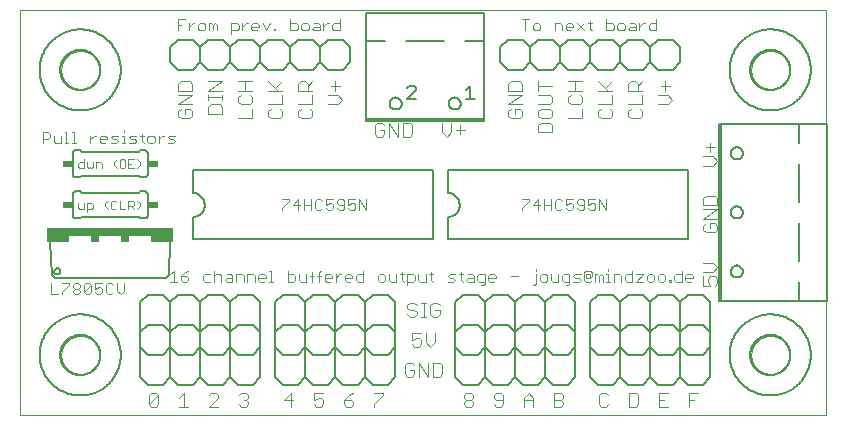
<source format=gto>
G75*
%MOIN*%
%OFA0B0*%
%FSLAX25Y25*%
%IPPOS*%
%LPD*%
%AMOC8*
5,1,8,0,0,1.08239X$1,22.5*
%
%ADD10C,0.00000*%
%ADD11C,0.00400*%
%ADD12C,0.00300*%
%ADD13C,0.00600*%
%ADD14C,0.00500*%
%ADD15R,0.42000X0.03000*%
%ADD16R,0.07500X0.02000*%
%ADD17R,0.03000X0.02000*%
%ADD18R,0.03400X0.02400*%
%ADD19C,0.00800*%
D10*
X0001800Y0001800D02*
X0001800Y0136761D01*
X0270501Y0136761D01*
X0270501Y0001800D01*
X0001800Y0001800D01*
X0015501Y0021800D02*
X0015503Y0021958D01*
X0015509Y0022116D01*
X0015519Y0022274D01*
X0015533Y0022432D01*
X0015551Y0022589D01*
X0015572Y0022746D01*
X0015598Y0022902D01*
X0015628Y0023058D01*
X0015661Y0023213D01*
X0015699Y0023366D01*
X0015740Y0023519D01*
X0015785Y0023671D01*
X0015834Y0023822D01*
X0015887Y0023971D01*
X0015943Y0024119D01*
X0016003Y0024265D01*
X0016067Y0024410D01*
X0016135Y0024553D01*
X0016206Y0024695D01*
X0016280Y0024835D01*
X0016358Y0024972D01*
X0016440Y0025108D01*
X0016524Y0025242D01*
X0016613Y0025373D01*
X0016704Y0025502D01*
X0016799Y0025629D01*
X0016896Y0025754D01*
X0016997Y0025876D01*
X0017101Y0025995D01*
X0017208Y0026112D01*
X0017318Y0026226D01*
X0017431Y0026337D01*
X0017546Y0026446D01*
X0017664Y0026551D01*
X0017785Y0026653D01*
X0017908Y0026753D01*
X0018034Y0026849D01*
X0018162Y0026942D01*
X0018292Y0027032D01*
X0018425Y0027118D01*
X0018560Y0027202D01*
X0018696Y0027281D01*
X0018835Y0027358D01*
X0018976Y0027430D01*
X0019118Y0027500D01*
X0019262Y0027565D01*
X0019408Y0027627D01*
X0019555Y0027685D01*
X0019704Y0027740D01*
X0019854Y0027791D01*
X0020005Y0027838D01*
X0020157Y0027881D01*
X0020310Y0027920D01*
X0020465Y0027956D01*
X0020620Y0027987D01*
X0020776Y0028015D01*
X0020932Y0028039D01*
X0021089Y0028059D01*
X0021247Y0028075D01*
X0021404Y0028087D01*
X0021563Y0028095D01*
X0021721Y0028099D01*
X0021879Y0028099D01*
X0022037Y0028095D01*
X0022196Y0028087D01*
X0022353Y0028075D01*
X0022511Y0028059D01*
X0022668Y0028039D01*
X0022824Y0028015D01*
X0022980Y0027987D01*
X0023135Y0027956D01*
X0023290Y0027920D01*
X0023443Y0027881D01*
X0023595Y0027838D01*
X0023746Y0027791D01*
X0023896Y0027740D01*
X0024045Y0027685D01*
X0024192Y0027627D01*
X0024338Y0027565D01*
X0024482Y0027500D01*
X0024624Y0027430D01*
X0024765Y0027358D01*
X0024904Y0027281D01*
X0025040Y0027202D01*
X0025175Y0027118D01*
X0025308Y0027032D01*
X0025438Y0026942D01*
X0025566Y0026849D01*
X0025692Y0026753D01*
X0025815Y0026653D01*
X0025936Y0026551D01*
X0026054Y0026446D01*
X0026169Y0026337D01*
X0026282Y0026226D01*
X0026392Y0026112D01*
X0026499Y0025995D01*
X0026603Y0025876D01*
X0026704Y0025754D01*
X0026801Y0025629D01*
X0026896Y0025502D01*
X0026987Y0025373D01*
X0027076Y0025242D01*
X0027160Y0025108D01*
X0027242Y0024972D01*
X0027320Y0024835D01*
X0027394Y0024695D01*
X0027465Y0024553D01*
X0027533Y0024410D01*
X0027597Y0024265D01*
X0027657Y0024119D01*
X0027713Y0023971D01*
X0027766Y0023822D01*
X0027815Y0023671D01*
X0027860Y0023519D01*
X0027901Y0023366D01*
X0027939Y0023213D01*
X0027972Y0023058D01*
X0028002Y0022902D01*
X0028028Y0022746D01*
X0028049Y0022589D01*
X0028067Y0022432D01*
X0028081Y0022274D01*
X0028091Y0022116D01*
X0028097Y0021958D01*
X0028099Y0021800D01*
X0028097Y0021642D01*
X0028091Y0021484D01*
X0028081Y0021326D01*
X0028067Y0021168D01*
X0028049Y0021011D01*
X0028028Y0020854D01*
X0028002Y0020698D01*
X0027972Y0020542D01*
X0027939Y0020387D01*
X0027901Y0020234D01*
X0027860Y0020081D01*
X0027815Y0019929D01*
X0027766Y0019778D01*
X0027713Y0019629D01*
X0027657Y0019481D01*
X0027597Y0019335D01*
X0027533Y0019190D01*
X0027465Y0019047D01*
X0027394Y0018905D01*
X0027320Y0018765D01*
X0027242Y0018628D01*
X0027160Y0018492D01*
X0027076Y0018358D01*
X0026987Y0018227D01*
X0026896Y0018098D01*
X0026801Y0017971D01*
X0026704Y0017846D01*
X0026603Y0017724D01*
X0026499Y0017605D01*
X0026392Y0017488D01*
X0026282Y0017374D01*
X0026169Y0017263D01*
X0026054Y0017154D01*
X0025936Y0017049D01*
X0025815Y0016947D01*
X0025692Y0016847D01*
X0025566Y0016751D01*
X0025438Y0016658D01*
X0025308Y0016568D01*
X0025175Y0016482D01*
X0025040Y0016398D01*
X0024904Y0016319D01*
X0024765Y0016242D01*
X0024624Y0016170D01*
X0024482Y0016100D01*
X0024338Y0016035D01*
X0024192Y0015973D01*
X0024045Y0015915D01*
X0023896Y0015860D01*
X0023746Y0015809D01*
X0023595Y0015762D01*
X0023443Y0015719D01*
X0023290Y0015680D01*
X0023135Y0015644D01*
X0022980Y0015613D01*
X0022824Y0015585D01*
X0022668Y0015561D01*
X0022511Y0015541D01*
X0022353Y0015525D01*
X0022196Y0015513D01*
X0022037Y0015505D01*
X0021879Y0015501D01*
X0021721Y0015501D01*
X0021563Y0015505D01*
X0021404Y0015513D01*
X0021247Y0015525D01*
X0021089Y0015541D01*
X0020932Y0015561D01*
X0020776Y0015585D01*
X0020620Y0015613D01*
X0020465Y0015644D01*
X0020310Y0015680D01*
X0020157Y0015719D01*
X0020005Y0015762D01*
X0019854Y0015809D01*
X0019704Y0015860D01*
X0019555Y0015915D01*
X0019408Y0015973D01*
X0019262Y0016035D01*
X0019118Y0016100D01*
X0018976Y0016170D01*
X0018835Y0016242D01*
X0018696Y0016319D01*
X0018560Y0016398D01*
X0018425Y0016482D01*
X0018292Y0016568D01*
X0018162Y0016658D01*
X0018034Y0016751D01*
X0017908Y0016847D01*
X0017785Y0016947D01*
X0017664Y0017049D01*
X0017546Y0017154D01*
X0017431Y0017263D01*
X0017318Y0017374D01*
X0017208Y0017488D01*
X0017101Y0017605D01*
X0016997Y0017724D01*
X0016896Y0017846D01*
X0016799Y0017971D01*
X0016704Y0018098D01*
X0016613Y0018227D01*
X0016524Y0018358D01*
X0016440Y0018492D01*
X0016358Y0018628D01*
X0016280Y0018765D01*
X0016206Y0018905D01*
X0016135Y0019047D01*
X0016067Y0019190D01*
X0016003Y0019335D01*
X0015943Y0019481D01*
X0015887Y0019629D01*
X0015834Y0019778D01*
X0015785Y0019929D01*
X0015740Y0020081D01*
X0015699Y0020234D01*
X0015661Y0020387D01*
X0015628Y0020542D01*
X0015598Y0020698D01*
X0015572Y0020854D01*
X0015551Y0021011D01*
X0015533Y0021168D01*
X0015519Y0021326D01*
X0015509Y0021484D01*
X0015503Y0021642D01*
X0015501Y0021800D01*
X0015501Y0116800D02*
X0015503Y0116958D01*
X0015509Y0117116D01*
X0015519Y0117274D01*
X0015533Y0117432D01*
X0015551Y0117589D01*
X0015572Y0117746D01*
X0015598Y0117902D01*
X0015628Y0118058D01*
X0015661Y0118213D01*
X0015699Y0118366D01*
X0015740Y0118519D01*
X0015785Y0118671D01*
X0015834Y0118822D01*
X0015887Y0118971D01*
X0015943Y0119119D01*
X0016003Y0119265D01*
X0016067Y0119410D01*
X0016135Y0119553D01*
X0016206Y0119695D01*
X0016280Y0119835D01*
X0016358Y0119972D01*
X0016440Y0120108D01*
X0016524Y0120242D01*
X0016613Y0120373D01*
X0016704Y0120502D01*
X0016799Y0120629D01*
X0016896Y0120754D01*
X0016997Y0120876D01*
X0017101Y0120995D01*
X0017208Y0121112D01*
X0017318Y0121226D01*
X0017431Y0121337D01*
X0017546Y0121446D01*
X0017664Y0121551D01*
X0017785Y0121653D01*
X0017908Y0121753D01*
X0018034Y0121849D01*
X0018162Y0121942D01*
X0018292Y0122032D01*
X0018425Y0122118D01*
X0018560Y0122202D01*
X0018696Y0122281D01*
X0018835Y0122358D01*
X0018976Y0122430D01*
X0019118Y0122500D01*
X0019262Y0122565D01*
X0019408Y0122627D01*
X0019555Y0122685D01*
X0019704Y0122740D01*
X0019854Y0122791D01*
X0020005Y0122838D01*
X0020157Y0122881D01*
X0020310Y0122920D01*
X0020465Y0122956D01*
X0020620Y0122987D01*
X0020776Y0123015D01*
X0020932Y0123039D01*
X0021089Y0123059D01*
X0021247Y0123075D01*
X0021404Y0123087D01*
X0021563Y0123095D01*
X0021721Y0123099D01*
X0021879Y0123099D01*
X0022037Y0123095D01*
X0022196Y0123087D01*
X0022353Y0123075D01*
X0022511Y0123059D01*
X0022668Y0123039D01*
X0022824Y0123015D01*
X0022980Y0122987D01*
X0023135Y0122956D01*
X0023290Y0122920D01*
X0023443Y0122881D01*
X0023595Y0122838D01*
X0023746Y0122791D01*
X0023896Y0122740D01*
X0024045Y0122685D01*
X0024192Y0122627D01*
X0024338Y0122565D01*
X0024482Y0122500D01*
X0024624Y0122430D01*
X0024765Y0122358D01*
X0024904Y0122281D01*
X0025040Y0122202D01*
X0025175Y0122118D01*
X0025308Y0122032D01*
X0025438Y0121942D01*
X0025566Y0121849D01*
X0025692Y0121753D01*
X0025815Y0121653D01*
X0025936Y0121551D01*
X0026054Y0121446D01*
X0026169Y0121337D01*
X0026282Y0121226D01*
X0026392Y0121112D01*
X0026499Y0120995D01*
X0026603Y0120876D01*
X0026704Y0120754D01*
X0026801Y0120629D01*
X0026896Y0120502D01*
X0026987Y0120373D01*
X0027076Y0120242D01*
X0027160Y0120108D01*
X0027242Y0119972D01*
X0027320Y0119835D01*
X0027394Y0119695D01*
X0027465Y0119553D01*
X0027533Y0119410D01*
X0027597Y0119265D01*
X0027657Y0119119D01*
X0027713Y0118971D01*
X0027766Y0118822D01*
X0027815Y0118671D01*
X0027860Y0118519D01*
X0027901Y0118366D01*
X0027939Y0118213D01*
X0027972Y0118058D01*
X0028002Y0117902D01*
X0028028Y0117746D01*
X0028049Y0117589D01*
X0028067Y0117432D01*
X0028081Y0117274D01*
X0028091Y0117116D01*
X0028097Y0116958D01*
X0028099Y0116800D01*
X0028097Y0116642D01*
X0028091Y0116484D01*
X0028081Y0116326D01*
X0028067Y0116168D01*
X0028049Y0116011D01*
X0028028Y0115854D01*
X0028002Y0115698D01*
X0027972Y0115542D01*
X0027939Y0115387D01*
X0027901Y0115234D01*
X0027860Y0115081D01*
X0027815Y0114929D01*
X0027766Y0114778D01*
X0027713Y0114629D01*
X0027657Y0114481D01*
X0027597Y0114335D01*
X0027533Y0114190D01*
X0027465Y0114047D01*
X0027394Y0113905D01*
X0027320Y0113765D01*
X0027242Y0113628D01*
X0027160Y0113492D01*
X0027076Y0113358D01*
X0026987Y0113227D01*
X0026896Y0113098D01*
X0026801Y0112971D01*
X0026704Y0112846D01*
X0026603Y0112724D01*
X0026499Y0112605D01*
X0026392Y0112488D01*
X0026282Y0112374D01*
X0026169Y0112263D01*
X0026054Y0112154D01*
X0025936Y0112049D01*
X0025815Y0111947D01*
X0025692Y0111847D01*
X0025566Y0111751D01*
X0025438Y0111658D01*
X0025308Y0111568D01*
X0025175Y0111482D01*
X0025040Y0111398D01*
X0024904Y0111319D01*
X0024765Y0111242D01*
X0024624Y0111170D01*
X0024482Y0111100D01*
X0024338Y0111035D01*
X0024192Y0110973D01*
X0024045Y0110915D01*
X0023896Y0110860D01*
X0023746Y0110809D01*
X0023595Y0110762D01*
X0023443Y0110719D01*
X0023290Y0110680D01*
X0023135Y0110644D01*
X0022980Y0110613D01*
X0022824Y0110585D01*
X0022668Y0110561D01*
X0022511Y0110541D01*
X0022353Y0110525D01*
X0022196Y0110513D01*
X0022037Y0110505D01*
X0021879Y0110501D01*
X0021721Y0110501D01*
X0021563Y0110505D01*
X0021404Y0110513D01*
X0021247Y0110525D01*
X0021089Y0110541D01*
X0020932Y0110561D01*
X0020776Y0110585D01*
X0020620Y0110613D01*
X0020465Y0110644D01*
X0020310Y0110680D01*
X0020157Y0110719D01*
X0020005Y0110762D01*
X0019854Y0110809D01*
X0019704Y0110860D01*
X0019555Y0110915D01*
X0019408Y0110973D01*
X0019262Y0111035D01*
X0019118Y0111100D01*
X0018976Y0111170D01*
X0018835Y0111242D01*
X0018696Y0111319D01*
X0018560Y0111398D01*
X0018425Y0111482D01*
X0018292Y0111568D01*
X0018162Y0111658D01*
X0018034Y0111751D01*
X0017908Y0111847D01*
X0017785Y0111947D01*
X0017664Y0112049D01*
X0017546Y0112154D01*
X0017431Y0112263D01*
X0017318Y0112374D01*
X0017208Y0112488D01*
X0017101Y0112605D01*
X0016997Y0112724D01*
X0016896Y0112846D01*
X0016799Y0112971D01*
X0016704Y0113098D01*
X0016613Y0113227D01*
X0016524Y0113358D01*
X0016440Y0113492D01*
X0016358Y0113628D01*
X0016280Y0113765D01*
X0016206Y0113905D01*
X0016135Y0114047D01*
X0016067Y0114190D01*
X0016003Y0114335D01*
X0015943Y0114481D01*
X0015887Y0114629D01*
X0015834Y0114778D01*
X0015785Y0114929D01*
X0015740Y0115081D01*
X0015699Y0115234D01*
X0015661Y0115387D01*
X0015628Y0115542D01*
X0015598Y0115698D01*
X0015572Y0115854D01*
X0015551Y0116011D01*
X0015533Y0116168D01*
X0015519Y0116326D01*
X0015509Y0116484D01*
X0015503Y0116642D01*
X0015501Y0116800D01*
X0245501Y0116800D02*
X0245503Y0116958D01*
X0245509Y0117116D01*
X0245519Y0117274D01*
X0245533Y0117432D01*
X0245551Y0117589D01*
X0245572Y0117746D01*
X0245598Y0117902D01*
X0245628Y0118058D01*
X0245661Y0118213D01*
X0245699Y0118366D01*
X0245740Y0118519D01*
X0245785Y0118671D01*
X0245834Y0118822D01*
X0245887Y0118971D01*
X0245943Y0119119D01*
X0246003Y0119265D01*
X0246067Y0119410D01*
X0246135Y0119553D01*
X0246206Y0119695D01*
X0246280Y0119835D01*
X0246358Y0119972D01*
X0246440Y0120108D01*
X0246524Y0120242D01*
X0246613Y0120373D01*
X0246704Y0120502D01*
X0246799Y0120629D01*
X0246896Y0120754D01*
X0246997Y0120876D01*
X0247101Y0120995D01*
X0247208Y0121112D01*
X0247318Y0121226D01*
X0247431Y0121337D01*
X0247546Y0121446D01*
X0247664Y0121551D01*
X0247785Y0121653D01*
X0247908Y0121753D01*
X0248034Y0121849D01*
X0248162Y0121942D01*
X0248292Y0122032D01*
X0248425Y0122118D01*
X0248560Y0122202D01*
X0248696Y0122281D01*
X0248835Y0122358D01*
X0248976Y0122430D01*
X0249118Y0122500D01*
X0249262Y0122565D01*
X0249408Y0122627D01*
X0249555Y0122685D01*
X0249704Y0122740D01*
X0249854Y0122791D01*
X0250005Y0122838D01*
X0250157Y0122881D01*
X0250310Y0122920D01*
X0250465Y0122956D01*
X0250620Y0122987D01*
X0250776Y0123015D01*
X0250932Y0123039D01*
X0251089Y0123059D01*
X0251247Y0123075D01*
X0251404Y0123087D01*
X0251563Y0123095D01*
X0251721Y0123099D01*
X0251879Y0123099D01*
X0252037Y0123095D01*
X0252196Y0123087D01*
X0252353Y0123075D01*
X0252511Y0123059D01*
X0252668Y0123039D01*
X0252824Y0123015D01*
X0252980Y0122987D01*
X0253135Y0122956D01*
X0253290Y0122920D01*
X0253443Y0122881D01*
X0253595Y0122838D01*
X0253746Y0122791D01*
X0253896Y0122740D01*
X0254045Y0122685D01*
X0254192Y0122627D01*
X0254338Y0122565D01*
X0254482Y0122500D01*
X0254624Y0122430D01*
X0254765Y0122358D01*
X0254904Y0122281D01*
X0255040Y0122202D01*
X0255175Y0122118D01*
X0255308Y0122032D01*
X0255438Y0121942D01*
X0255566Y0121849D01*
X0255692Y0121753D01*
X0255815Y0121653D01*
X0255936Y0121551D01*
X0256054Y0121446D01*
X0256169Y0121337D01*
X0256282Y0121226D01*
X0256392Y0121112D01*
X0256499Y0120995D01*
X0256603Y0120876D01*
X0256704Y0120754D01*
X0256801Y0120629D01*
X0256896Y0120502D01*
X0256987Y0120373D01*
X0257076Y0120242D01*
X0257160Y0120108D01*
X0257242Y0119972D01*
X0257320Y0119835D01*
X0257394Y0119695D01*
X0257465Y0119553D01*
X0257533Y0119410D01*
X0257597Y0119265D01*
X0257657Y0119119D01*
X0257713Y0118971D01*
X0257766Y0118822D01*
X0257815Y0118671D01*
X0257860Y0118519D01*
X0257901Y0118366D01*
X0257939Y0118213D01*
X0257972Y0118058D01*
X0258002Y0117902D01*
X0258028Y0117746D01*
X0258049Y0117589D01*
X0258067Y0117432D01*
X0258081Y0117274D01*
X0258091Y0117116D01*
X0258097Y0116958D01*
X0258099Y0116800D01*
X0258097Y0116642D01*
X0258091Y0116484D01*
X0258081Y0116326D01*
X0258067Y0116168D01*
X0258049Y0116011D01*
X0258028Y0115854D01*
X0258002Y0115698D01*
X0257972Y0115542D01*
X0257939Y0115387D01*
X0257901Y0115234D01*
X0257860Y0115081D01*
X0257815Y0114929D01*
X0257766Y0114778D01*
X0257713Y0114629D01*
X0257657Y0114481D01*
X0257597Y0114335D01*
X0257533Y0114190D01*
X0257465Y0114047D01*
X0257394Y0113905D01*
X0257320Y0113765D01*
X0257242Y0113628D01*
X0257160Y0113492D01*
X0257076Y0113358D01*
X0256987Y0113227D01*
X0256896Y0113098D01*
X0256801Y0112971D01*
X0256704Y0112846D01*
X0256603Y0112724D01*
X0256499Y0112605D01*
X0256392Y0112488D01*
X0256282Y0112374D01*
X0256169Y0112263D01*
X0256054Y0112154D01*
X0255936Y0112049D01*
X0255815Y0111947D01*
X0255692Y0111847D01*
X0255566Y0111751D01*
X0255438Y0111658D01*
X0255308Y0111568D01*
X0255175Y0111482D01*
X0255040Y0111398D01*
X0254904Y0111319D01*
X0254765Y0111242D01*
X0254624Y0111170D01*
X0254482Y0111100D01*
X0254338Y0111035D01*
X0254192Y0110973D01*
X0254045Y0110915D01*
X0253896Y0110860D01*
X0253746Y0110809D01*
X0253595Y0110762D01*
X0253443Y0110719D01*
X0253290Y0110680D01*
X0253135Y0110644D01*
X0252980Y0110613D01*
X0252824Y0110585D01*
X0252668Y0110561D01*
X0252511Y0110541D01*
X0252353Y0110525D01*
X0252196Y0110513D01*
X0252037Y0110505D01*
X0251879Y0110501D01*
X0251721Y0110501D01*
X0251563Y0110505D01*
X0251404Y0110513D01*
X0251247Y0110525D01*
X0251089Y0110541D01*
X0250932Y0110561D01*
X0250776Y0110585D01*
X0250620Y0110613D01*
X0250465Y0110644D01*
X0250310Y0110680D01*
X0250157Y0110719D01*
X0250005Y0110762D01*
X0249854Y0110809D01*
X0249704Y0110860D01*
X0249555Y0110915D01*
X0249408Y0110973D01*
X0249262Y0111035D01*
X0249118Y0111100D01*
X0248976Y0111170D01*
X0248835Y0111242D01*
X0248696Y0111319D01*
X0248560Y0111398D01*
X0248425Y0111482D01*
X0248292Y0111568D01*
X0248162Y0111658D01*
X0248034Y0111751D01*
X0247908Y0111847D01*
X0247785Y0111947D01*
X0247664Y0112049D01*
X0247546Y0112154D01*
X0247431Y0112263D01*
X0247318Y0112374D01*
X0247208Y0112488D01*
X0247101Y0112605D01*
X0246997Y0112724D01*
X0246896Y0112846D01*
X0246799Y0112971D01*
X0246704Y0113098D01*
X0246613Y0113227D01*
X0246524Y0113358D01*
X0246440Y0113492D01*
X0246358Y0113628D01*
X0246280Y0113765D01*
X0246206Y0113905D01*
X0246135Y0114047D01*
X0246067Y0114190D01*
X0246003Y0114335D01*
X0245943Y0114481D01*
X0245887Y0114629D01*
X0245834Y0114778D01*
X0245785Y0114929D01*
X0245740Y0115081D01*
X0245699Y0115234D01*
X0245661Y0115387D01*
X0245628Y0115542D01*
X0245598Y0115698D01*
X0245572Y0115854D01*
X0245551Y0116011D01*
X0245533Y0116168D01*
X0245519Y0116326D01*
X0245509Y0116484D01*
X0245503Y0116642D01*
X0245501Y0116800D01*
X0245501Y0021800D02*
X0245503Y0021958D01*
X0245509Y0022116D01*
X0245519Y0022274D01*
X0245533Y0022432D01*
X0245551Y0022589D01*
X0245572Y0022746D01*
X0245598Y0022902D01*
X0245628Y0023058D01*
X0245661Y0023213D01*
X0245699Y0023366D01*
X0245740Y0023519D01*
X0245785Y0023671D01*
X0245834Y0023822D01*
X0245887Y0023971D01*
X0245943Y0024119D01*
X0246003Y0024265D01*
X0246067Y0024410D01*
X0246135Y0024553D01*
X0246206Y0024695D01*
X0246280Y0024835D01*
X0246358Y0024972D01*
X0246440Y0025108D01*
X0246524Y0025242D01*
X0246613Y0025373D01*
X0246704Y0025502D01*
X0246799Y0025629D01*
X0246896Y0025754D01*
X0246997Y0025876D01*
X0247101Y0025995D01*
X0247208Y0026112D01*
X0247318Y0026226D01*
X0247431Y0026337D01*
X0247546Y0026446D01*
X0247664Y0026551D01*
X0247785Y0026653D01*
X0247908Y0026753D01*
X0248034Y0026849D01*
X0248162Y0026942D01*
X0248292Y0027032D01*
X0248425Y0027118D01*
X0248560Y0027202D01*
X0248696Y0027281D01*
X0248835Y0027358D01*
X0248976Y0027430D01*
X0249118Y0027500D01*
X0249262Y0027565D01*
X0249408Y0027627D01*
X0249555Y0027685D01*
X0249704Y0027740D01*
X0249854Y0027791D01*
X0250005Y0027838D01*
X0250157Y0027881D01*
X0250310Y0027920D01*
X0250465Y0027956D01*
X0250620Y0027987D01*
X0250776Y0028015D01*
X0250932Y0028039D01*
X0251089Y0028059D01*
X0251247Y0028075D01*
X0251404Y0028087D01*
X0251563Y0028095D01*
X0251721Y0028099D01*
X0251879Y0028099D01*
X0252037Y0028095D01*
X0252196Y0028087D01*
X0252353Y0028075D01*
X0252511Y0028059D01*
X0252668Y0028039D01*
X0252824Y0028015D01*
X0252980Y0027987D01*
X0253135Y0027956D01*
X0253290Y0027920D01*
X0253443Y0027881D01*
X0253595Y0027838D01*
X0253746Y0027791D01*
X0253896Y0027740D01*
X0254045Y0027685D01*
X0254192Y0027627D01*
X0254338Y0027565D01*
X0254482Y0027500D01*
X0254624Y0027430D01*
X0254765Y0027358D01*
X0254904Y0027281D01*
X0255040Y0027202D01*
X0255175Y0027118D01*
X0255308Y0027032D01*
X0255438Y0026942D01*
X0255566Y0026849D01*
X0255692Y0026753D01*
X0255815Y0026653D01*
X0255936Y0026551D01*
X0256054Y0026446D01*
X0256169Y0026337D01*
X0256282Y0026226D01*
X0256392Y0026112D01*
X0256499Y0025995D01*
X0256603Y0025876D01*
X0256704Y0025754D01*
X0256801Y0025629D01*
X0256896Y0025502D01*
X0256987Y0025373D01*
X0257076Y0025242D01*
X0257160Y0025108D01*
X0257242Y0024972D01*
X0257320Y0024835D01*
X0257394Y0024695D01*
X0257465Y0024553D01*
X0257533Y0024410D01*
X0257597Y0024265D01*
X0257657Y0024119D01*
X0257713Y0023971D01*
X0257766Y0023822D01*
X0257815Y0023671D01*
X0257860Y0023519D01*
X0257901Y0023366D01*
X0257939Y0023213D01*
X0257972Y0023058D01*
X0258002Y0022902D01*
X0258028Y0022746D01*
X0258049Y0022589D01*
X0258067Y0022432D01*
X0258081Y0022274D01*
X0258091Y0022116D01*
X0258097Y0021958D01*
X0258099Y0021800D01*
X0258097Y0021642D01*
X0258091Y0021484D01*
X0258081Y0021326D01*
X0258067Y0021168D01*
X0258049Y0021011D01*
X0258028Y0020854D01*
X0258002Y0020698D01*
X0257972Y0020542D01*
X0257939Y0020387D01*
X0257901Y0020234D01*
X0257860Y0020081D01*
X0257815Y0019929D01*
X0257766Y0019778D01*
X0257713Y0019629D01*
X0257657Y0019481D01*
X0257597Y0019335D01*
X0257533Y0019190D01*
X0257465Y0019047D01*
X0257394Y0018905D01*
X0257320Y0018765D01*
X0257242Y0018628D01*
X0257160Y0018492D01*
X0257076Y0018358D01*
X0256987Y0018227D01*
X0256896Y0018098D01*
X0256801Y0017971D01*
X0256704Y0017846D01*
X0256603Y0017724D01*
X0256499Y0017605D01*
X0256392Y0017488D01*
X0256282Y0017374D01*
X0256169Y0017263D01*
X0256054Y0017154D01*
X0255936Y0017049D01*
X0255815Y0016947D01*
X0255692Y0016847D01*
X0255566Y0016751D01*
X0255438Y0016658D01*
X0255308Y0016568D01*
X0255175Y0016482D01*
X0255040Y0016398D01*
X0254904Y0016319D01*
X0254765Y0016242D01*
X0254624Y0016170D01*
X0254482Y0016100D01*
X0254338Y0016035D01*
X0254192Y0015973D01*
X0254045Y0015915D01*
X0253896Y0015860D01*
X0253746Y0015809D01*
X0253595Y0015762D01*
X0253443Y0015719D01*
X0253290Y0015680D01*
X0253135Y0015644D01*
X0252980Y0015613D01*
X0252824Y0015585D01*
X0252668Y0015561D01*
X0252511Y0015541D01*
X0252353Y0015525D01*
X0252196Y0015513D01*
X0252037Y0015505D01*
X0251879Y0015501D01*
X0251721Y0015501D01*
X0251563Y0015505D01*
X0251404Y0015513D01*
X0251247Y0015525D01*
X0251089Y0015541D01*
X0250932Y0015561D01*
X0250776Y0015585D01*
X0250620Y0015613D01*
X0250465Y0015644D01*
X0250310Y0015680D01*
X0250157Y0015719D01*
X0250005Y0015762D01*
X0249854Y0015809D01*
X0249704Y0015860D01*
X0249555Y0015915D01*
X0249408Y0015973D01*
X0249262Y0016035D01*
X0249118Y0016100D01*
X0248976Y0016170D01*
X0248835Y0016242D01*
X0248696Y0016319D01*
X0248560Y0016398D01*
X0248425Y0016482D01*
X0248292Y0016568D01*
X0248162Y0016658D01*
X0248034Y0016751D01*
X0247908Y0016847D01*
X0247785Y0016947D01*
X0247664Y0017049D01*
X0247546Y0017154D01*
X0247431Y0017263D01*
X0247318Y0017374D01*
X0247208Y0017488D01*
X0247101Y0017605D01*
X0246997Y0017724D01*
X0246896Y0017846D01*
X0246799Y0017971D01*
X0246704Y0018098D01*
X0246613Y0018227D01*
X0246524Y0018358D01*
X0246440Y0018492D01*
X0246358Y0018628D01*
X0246280Y0018765D01*
X0246206Y0018905D01*
X0246135Y0019047D01*
X0246067Y0019190D01*
X0246003Y0019335D01*
X0245943Y0019481D01*
X0245887Y0019629D01*
X0245834Y0019778D01*
X0245785Y0019929D01*
X0245740Y0020081D01*
X0245699Y0020234D01*
X0245661Y0020387D01*
X0245628Y0020542D01*
X0245598Y0020698D01*
X0245572Y0020854D01*
X0245551Y0021011D01*
X0245533Y0021168D01*
X0245519Y0021326D01*
X0245509Y0021484D01*
X0245503Y0021642D01*
X0245501Y0021800D01*
D11*
X0227767Y0009104D02*
X0224698Y0009104D01*
X0224698Y0004500D01*
X0224698Y0006802D02*
X0226233Y0006802D01*
X0217767Y0009104D02*
X0214698Y0009104D01*
X0214698Y0004500D01*
X0217767Y0004500D01*
X0216233Y0006802D02*
X0214698Y0006802D01*
X0207767Y0008337D02*
X0207000Y0009104D01*
X0204698Y0009104D01*
X0204698Y0004500D01*
X0207000Y0004500D01*
X0207767Y0005267D01*
X0207767Y0008337D01*
X0197767Y0008337D02*
X0197000Y0009104D01*
X0195465Y0009104D01*
X0194698Y0008337D01*
X0194698Y0005267D01*
X0195465Y0004500D01*
X0197000Y0004500D01*
X0197767Y0005267D01*
X0182767Y0005267D02*
X0182000Y0004500D01*
X0179698Y0004500D01*
X0179698Y0009104D01*
X0182000Y0009104D01*
X0182767Y0008337D01*
X0182767Y0007569D01*
X0182000Y0006802D01*
X0179698Y0006802D01*
X0182000Y0006802D02*
X0182767Y0006035D01*
X0182767Y0005267D01*
X0172767Y0004500D02*
X0172767Y0007569D01*
X0171233Y0009104D01*
X0169698Y0007569D01*
X0169698Y0004500D01*
X0169698Y0006802D02*
X0172767Y0006802D01*
X0162767Y0006802D02*
X0160465Y0006802D01*
X0159698Y0007569D01*
X0159698Y0008337D01*
X0160465Y0009104D01*
X0162000Y0009104D01*
X0162767Y0008337D01*
X0162767Y0005267D01*
X0162000Y0004500D01*
X0160465Y0004500D01*
X0159698Y0005267D01*
X0152767Y0005267D02*
X0152000Y0004500D01*
X0150465Y0004500D01*
X0149698Y0005267D01*
X0149698Y0006035D01*
X0150465Y0006802D01*
X0152000Y0006802D01*
X0152767Y0006035D01*
X0152767Y0005267D01*
X0152000Y0006802D02*
X0152767Y0007569D01*
X0152767Y0008337D01*
X0152000Y0009104D01*
X0150465Y0009104D01*
X0149698Y0008337D01*
X0149698Y0007569D01*
X0150465Y0006802D01*
X0142371Y0015267D02*
X0141604Y0014500D01*
X0139302Y0014500D01*
X0139302Y0019104D01*
X0141604Y0019104D01*
X0142371Y0018337D01*
X0142371Y0015267D01*
X0137767Y0014500D02*
X0137767Y0019104D01*
X0134698Y0019104D02*
X0137767Y0014500D01*
X0134698Y0014500D02*
X0134698Y0019104D01*
X0133163Y0018337D02*
X0132396Y0019104D01*
X0130861Y0019104D01*
X0130094Y0018337D01*
X0130094Y0015267D01*
X0130861Y0014500D01*
X0132396Y0014500D01*
X0133163Y0015267D01*
X0133163Y0016802D01*
X0131629Y0016802D01*
X0133163Y0024500D02*
X0132396Y0025267D01*
X0133163Y0024500D02*
X0134698Y0024500D01*
X0135465Y0025267D01*
X0135465Y0026802D01*
X0134698Y0027569D01*
X0133931Y0027569D01*
X0132396Y0026802D01*
X0132396Y0029104D01*
X0135465Y0029104D01*
X0137000Y0029104D02*
X0137000Y0026035D01*
X0138535Y0024500D01*
X0140069Y0026035D01*
X0140069Y0029104D01*
X0139302Y0034500D02*
X0140837Y0034500D01*
X0141604Y0035267D01*
X0141604Y0036802D01*
X0140069Y0036802D01*
X0138535Y0038337D02*
X0138535Y0035267D01*
X0139302Y0034500D01*
X0137000Y0034500D02*
X0135465Y0034500D01*
X0136233Y0034500D02*
X0136233Y0039104D01*
X0137000Y0039104D02*
X0135465Y0039104D01*
X0133931Y0038337D02*
X0133163Y0039104D01*
X0131629Y0039104D01*
X0130861Y0038337D01*
X0130861Y0037569D01*
X0131629Y0036802D01*
X0133163Y0036802D01*
X0133931Y0036035D01*
X0133931Y0035267D01*
X0133163Y0034500D01*
X0131629Y0034500D01*
X0130861Y0035267D01*
X0138535Y0038337D02*
X0139302Y0039104D01*
X0140837Y0039104D01*
X0141604Y0038337D01*
X0122767Y0009104D02*
X0119698Y0009104D01*
X0122767Y0009104D02*
X0122767Y0008337D01*
X0119698Y0005267D01*
X0119698Y0004500D01*
X0112767Y0005267D02*
X0112767Y0006035D01*
X0112000Y0006802D01*
X0109698Y0006802D01*
X0109698Y0005267D01*
X0110465Y0004500D01*
X0112000Y0004500D01*
X0112767Y0005267D01*
X0111233Y0008337D02*
X0109698Y0006802D01*
X0111233Y0008337D02*
X0112767Y0009104D01*
X0102767Y0009104D02*
X0099698Y0009104D01*
X0099698Y0006802D01*
X0101233Y0007569D01*
X0102000Y0007569D01*
X0102767Y0006802D01*
X0102767Y0005267D01*
X0102000Y0004500D01*
X0100465Y0004500D01*
X0099698Y0005267D01*
X0092767Y0006802D02*
X0089698Y0006802D01*
X0092000Y0009104D01*
X0092000Y0004500D01*
X0077767Y0005267D02*
X0077000Y0004500D01*
X0075465Y0004500D01*
X0074698Y0005267D01*
X0076233Y0006802D02*
X0077000Y0006802D01*
X0077767Y0006035D01*
X0077767Y0005267D01*
X0077000Y0006802D02*
X0077767Y0007569D01*
X0077767Y0008337D01*
X0077000Y0009104D01*
X0075465Y0009104D01*
X0074698Y0008337D01*
X0067767Y0008337D02*
X0067767Y0007569D01*
X0064698Y0004500D01*
X0067767Y0004500D01*
X0067767Y0008337D02*
X0067000Y0009104D01*
X0065465Y0009104D01*
X0064698Y0008337D01*
X0057767Y0004500D02*
X0054698Y0004500D01*
X0056233Y0004500D02*
X0056233Y0009104D01*
X0054698Y0007569D01*
X0047767Y0008337D02*
X0047767Y0005267D01*
X0047000Y0004500D01*
X0045465Y0004500D01*
X0044698Y0005267D01*
X0047767Y0008337D01*
X0047000Y0009104D01*
X0045465Y0009104D01*
X0044698Y0008337D01*
X0044698Y0005267D01*
X0035300Y0042000D02*
X0036501Y0043201D01*
X0036501Y0045603D01*
X0034099Y0045603D02*
X0034099Y0043201D01*
X0035300Y0042000D01*
X0032818Y0042601D02*
X0032217Y0042000D01*
X0031016Y0042000D01*
X0030416Y0042601D01*
X0030416Y0045003D01*
X0031016Y0045603D01*
X0032217Y0045603D01*
X0032818Y0045003D01*
X0029135Y0045603D02*
X0026733Y0045603D01*
X0026733Y0043802D01*
X0027934Y0044402D01*
X0028534Y0044402D01*
X0029135Y0043802D01*
X0029135Y0042601D01*
X0028534Y0042000D01*
X0027333Y0042000D01*
X0026733Y0042601D01*
X0025451Y0042601D02*
X0024851Y0042000D01*
X0023650Y0042000D01*
X0023049Y0042601D01*
X0025451Y0045003D01*
X0025451Y0042601D01*
X0023049Y0042601D02*
X0023049Y0045003D01*
X0023650Y0045603D01*
X0024851Y0045603D01*
X0025451Y0045003D01*
X0021768Y0045003D02*
X0021768Y0044402D01*
X0021168Y0043802D01*
X0019967Y0043802D01*
X0019366Y0044402D01*
X0019366Y0045003D01*
X0019967Y0045603D01*
X0021168Y0045603D01*
X0021768Y0045003D01*
X0021168Y0043802D02*
X0021768Y0043201D01*
X0021768Y0042601D01*
X0021168Y0042000D01*
X0019967Y0042000D01*
X0019366Y0042601D01*
X0019366Y0043201D01*
X0019967Y0043802D01*
X0018085Y0045003D02*
X0015683Y0042601D01*
X0015683Y0042000D01*
X0014402Y0042000D02*
X0012000Y0042000D01*
X0012000Y0045603D01*
X0015683Y0045603D02*
X0018085Y0045603D01*
X0018085Y0045003D01*
X0089017Y0070000D02*
X0089017Y0070601D01*
X0091419Y0073003D01*
X0091419Y0073603D01*
X0089017Y0073603D01*
X0092701Y0071802D02*
X0095103Y0071802D01*
X0096384Y0071802D02*
X0098786Y0071802D01*
X0100067Y0073003D02*
X0100067Y0070601D01*
X0100667Y0070000D01*
X0101868Y0070000D01*
X0102469Y0070601D01*
X0103750Y0070601D02*
X0104350Y0070000D01*
X0105552Y0070000D01*
X0106152Y0070601D01*
X0106152Y0071802D01*
X0105552Y0072402D01*
X0104951Y0072402D01*
X0103750Y0071802D01*
X0103750Y0073603D01*
X0106152Y0073603D01*
X0107433Y0073003D02*
X0107433Y0072402D01*
X0108034Y0071802D01*
X0109835Y0071802D01*
X0109835Y0070601D02*
X0109835Y0073003D01*
X0109235Y0073603D01*
X0108034Y0073603D01*
X0107433Y0073003D01*
X0102469Y0073003D02*
X0101868Y0073603D01*
X0100667Y0073603D01*
X0100067Y0073003D01*
X0098786Y0073603D02*
X0098786Y0070000D01*
X0096384Y0070000D02*
X0096384Y0073603D01*
X0094502Y0073603D02*
X0092701Y0071802D01*
X0094502Y0073603D02*
X0094502Y0070000D01*
X0107433Y0070601D02*
X0108034Y0070000D01*
X0109235Y0070000D01*
X0109835Y0070601D01*
X0111116Y0070601D02*
X0111717Y0070000D01*
X0112918Y0070000D01*
X0113518Y0070601D01*
X0113518Y0071802D01*
X0112918Y0072402D01*
X0112317Y0072402D01*
X0111116Y0071802D01*
X0111116Y0073603D01*
X0113518Y0073603D01*
X0114799Y0073603D02*
X0117201Y0070000D01*
X0117201Y0073603D01*
X0114799Y0073603D02*
X0114799Y0070000D01*
X0120861Y0094500D02*
X0122396Y0094500D01*
X0123163Y0095267D01*
X0123163Y0096802D01*
X0121629Y0096802D01*
X0123163Y0098337D02*
X0122396Y0099104D01*
X0120861Y0099104D01*
X0120094Y0098337D01*
X0120094Y0095267D01*
X0120861Y0094500D01*
X0124698Y0094500D02*
X0124698Y0099104D01*
X0127767Y0094500D01*
X0127767Y0099104D01*
X0129302Y0099104D02*
X0131604Y0099104D01*
X0132371Y0098337D01*
X0132371Y0095267D01*
X0131604Y0094500D01*
X0129302Y0094500D01*
X0129302Y0099104D01*
X0142396Y0099104D02*
X0142396Y0096035D01*
X0143931Y0094500D01*
X0145465Y0096035D01*
X0145465Y0099104D01*
X0148535Y0098337D02*
X0148535Y0095267D01*
X0147000Y0096802D02*
X0150069Y0096802D01*
X0164496Y0101456D02*
X0165263Y0100688D01*
X0168333Y0100688D01*
X0169100Y0101456D01*
X0169100Y0102990D01*
X0168333Y0103757D01*
X0166798Y0103757D01*
X0166798Y0102223D01*
X0165263Y0103757D02*
X0164496Y0102990D01*
X0164496Y0101456D01*
X0164496Y0105292D02*
X0169100Y0108361D01*
X0164496Y0108361D01*
X0164496Y0109896D02*
X0164496Y0112198D01*
X0165263Y0112965D01*
X0168333Y0112965D01*
X0169100Y0112198D01*
X0169100Y0109896D01*
X0164496Y0109896D01*
X0174496Y0109896D02*
X0174496Y0112965D01*
X0174496Y0111431D02*
X0179100Y0111431D01*
X0178333Y0108361D02*
X0174496Y0108361D01*
X0178333Y0108361D02*
X0179100Y0107594D01*
X0179100Y0106059D01*
X0178333Y0105292D01*
X0174496Y0105292D01*
X0175263Y0103757D02*
X0174496Y0102990D01*
X0174496Y0101455D01*
X0175263Y0100688D01*
X0178333Y0100688D01*
X0179100Y0101455D01*
X0179100Y0102990D01*
X0178333Y0103757D01*
X0175263Y0103757D01*
X0169100Y0105292D02*
X0164496Y0105292D01*
X0174496Y0098386D02*
X0175263Y0099154D01*
X0178333Y0099154D01*
X0179100Y0098386D01*
X0179100Y0096084D01*
X0174496Y0096084D01*
X0174496Y0098386D01*
X0184496Y0100688D02*
X0189100Y0100688D01*
X0189100Y0103757D01*
X0188333Y0105292D02*
X0185263Y0105292D01*
X0184496Y0106059D01*
X0184496Y0107594D01*
X0185263Y0108361D01*
X0184496Y0109896D02*
X0189100Y0109896D01*
X0188333Y0108361D02*
X0189100Y0107594D01*
X0189100Y0106059D01*
X0188333Y0105292D01*
X0194496Y0105292D02*
X0199100Y0105292D01*
X0199100Y0108361D01*
X0199100Y0109896D02*
X0194496Y0109896D01*
X0196798Y0110663D02*
X0199100Y0112965D01*
X0197565Y0109896D02*
X0194496Y0112965D01*
X0189100Y0112965D02*
X0184496Y0112965D01*
X0186798Y0112965D02*
X0186798Y0109896D01*
X0194496Y0102990D02*
X0194496Y0101456D01*
X0195263Y0100688D01*
X0198333Y0100688D01*
X0199100Y0101456D01*
X0199100Y0102990D01*
X0198333Y0103757D01*
X0195263Y0103757D02*
X0194496Y0102990D01*
X0204496Y0102990D02*
X0204496Y0101456D01*
X0205263Y0100688D01*
X0208333Y0100688D01*
X0209100Y0101456D01*
X0209100Y0102990D01*
X0208333Y0103757D01*
X0209100Y0105292D02*
X0204496Y0105292D01*
X0205263Y0103757D02*
X0204496Y0102990D01*
X0209100Y0105292D02*
X0209100Y0108361D01*
X0209100Y0109896D02*
X0204496Y0109896D01*
X0204496Y0112198D01*
X0205263Y0112965D01*
X0206798Y0112965D01*
X0207565Y0112198D01*
X0207565Y0109896D01*
X0207565Y0111431D02*
X0209100Y0112965D01*
X0215263Y0111431D02*
X0218333Y0111431D01*
X0216798Y0109896D02*
X0216798Y0112965D01*
X0217565Y0108361D02*
X0214496Y0108361D01*
X0217565Y0108361D02*
X0219100Y0106827D01*
X0217565Y0105292D01*
X0214496Y0105292D01*
X0231798Y0092569D02*
X0231798Y0089500D01*
X0232565Y0087965D02*
X0229496Y0087965D01*
X0229496Y0084896D02*
X0232565Y0084896D01*
X0234100Y0086431D01*
X0232565Y0087965D01*
X0233333Y0091035D02*
X0230263Y0091035D01*
X0230263Y0074871D02*
X0229496Y0074104D01*
X0229496Y0071802D01*
X0234100Y0071802D01*
X0234100Y0074104D01*
X0233333Y0074871D01*
X0230263Y0074871D01*
X0229496Y0070267D02*
X0234100Y0070267D01*
X0229496Y0067198D01*
X0234100Y0067198D01*
X0233333Y0065663D02*
X0231798Y0065663D01*
X0231798Y0064129D01*
X0230263Y0065663D02*
X0229496Y0064896D01*
X0229496Y0063361D01*
X0230263Y0062594D01*
X0233333Y0062594D01*
X0234100Y0063361D01*
X0234100Y0064896D01*
X0233333Y0065663D01*
X0232565Y0052569D02*
X0229496Y0052569D01*
X0229496Y0049500D02*
X0232565Y0049500D01*
X0234100Y0051035D01*
X0232565Y0052569D01*
X0231798Y0047965D02*
X0233333Y0047965D01*
X0234100Y0047198D01*
X0234100Y0045663D01*
X0233333Y0044896D01*
X0231798Y0044896D02*
X0231031Y0046431D01*
X0231031Y0047198D01*
X0231798Y0047965D01*
X0229496Y0047965D02*
X0229496Y0044896D01*
X0231798Y0044896D01*
X0197201Y0070000D02*
X0197201Y0073603D01*
X0194799Y0073603D02*
X0197201Y0070000D01*
X0194799Y0070000D02*
X0194799Y0073603D01*
X0193518Y0073603D02*
X0191116Y0073603D01*
X0191116Y0071802D01*
X0192317Y0072402D01*
X0192918Y0072402D01*
X0193518Y0071802D01*
X0193518Y0070601D01*
X0192918Y0070000D01*
X0191717Y0070000D01*
X0191116Y0070601D01*
X0189835Y0070601D02*
X0189835Y0073003D01*
X0189235Y0073603D01*
X0188034Y0073603D01*
X0187433Y0073003D01*
X0187433Y0072402D01*
X0188034Y0071802D01*
X0189835Y0071802D01*
X0189835Y0070601D02*
X0189235Y0070000D01*
X0188034Y0070000D01*
X0187433Y0070601D01*
X0186152Y0070601D02*
X0186152Y0071802D01*
X0185552Y0072402D01*
X0184951Y0072402D01*
X0183750Y0071802D01*
X0183750Y0073603D01*
X0186152Y0073603D01*
X0182469Y0073003D02*
X0181868Y0073603D01*
X0180667Y0073603D01*
X0180067Y0073003D01*
X0180067Y0070601D01*
X0180667Y0070000D01*
X0181868Y0070000D01*
X0182469Y0070601D01*
X0183750Y0070601D02*
X0184350Y0070000D01*
X0185552Y0070000D01*
X0186152Y0070601D01*
X0178786Y0070000D02*
X0178786Y0073603D01*
X0176384Y0073603D02*
X0176384Y0070000D01*
X0176384Y0071802D02*
X0178786Y0071802D01*
X0175103Y0071802D02*
X0172701Y0071802D01*
X0174502Y0073603D01*
X0174502Y0070000D01*
X0171419Y0073003D02*
X0169017Y0070601D01*
X0169017Y0070000D01*
X0171419Y0073003D02*
X0171419Y0073603D01*
X0169017Y0073603D01*
X0109100Y0106827D02*
X0107565Y0105292D01*
X0104496Y0105292D01*
X0107565Y0108361D02*
X0109100Y0106827D01*
X0107565Y0108361D02*
X0104496Y0108361D01*
X0106798Y0109896D02*
X0106798Y0112965D01*
X0105263Y0111431D02*
X0108333Y0111431D01*
X0099100Y0112965D02*
X0097565Y0111431D01*
X0097565Y0112198D02*
X0097565Y0109896D01*
X0099100Y0109896D02*
X0094496Y0109896D01*
X0094496Y0112198D01*
X0095263Y0112965D01*
X0096798Y0112965D01*
X0097565Y0112198D01*
X0099100Y0108361D02*
X0099100Y0105292D01*
X0094496Y0105292D01*
X0095263Y0103757D02*
X0094496Y0102990D01*
X0094496Y0101456D01*
X0095263Y0100688D01*
X0098333Y0100688D01*
X0099100Y0101456D01*
X0099100Y0102990D01*
X0098333Y0103757D01*
X0089100Y0102990D02*
X0089100Y0101456D01*
X0088333Y0100688D01*
X0085263Y0100688D01*
X0084496Y0101456D01*
X0084496Y0102990D01*
X0085263Y0103757D01*
X0084496Y0105292D02*
X0089100Y0105292D01*
X0089100Y0108361D01*
X0089100Y0109896D02*
X0084496Y0109896D01*
X0086798Y0110663D02*
X0089100Y0112965D01*
X0087565Y0109896D02*
X0084496Y0112965D01*
X0079100Y0112965D02*
X0074496Y0112965D01*
X0076798Y0112965D02*
X0076798Y0109896D01*
X0075263Y0108361D02*
X0074496Y0107594D01*
X0074496Y0106059D01*
X0075263Y0105292D01*
X0078333Y0105292D01*
X0079100Y0106059D01*
X0079100Y0107594D01*
X0078333Y0108361D01*
X0079100Y0109896D02*
X0074496Y0109896D01*
X0069100Y0109896D02*
X0064496Y0109896D01*
X0069100Y0112965D01*
X0064496Y0112965D01*
X0059100Y0112198D02*
X0059100Y0109896D01*
X0054496Y0109896D01*
X0054496Y0112198D01*
X0055263Y0112965D01*
X0058333Y0112965D01*
X0059100Y0112198D01*
X0059100Y0108361D02*
X0054496Y0108361D01*
X0054496Y0105292D02*
X0059100Y0108361D01*
X0064496Y0108361D02*
X0064496Y0106827D01*
X0064496Y0107594D02*
X0069100Y0107594D01*
X0069100Y0106827D02*
X0069100Y0108361D01*
X0068333Y0105292D02*
X0065263Y0105292D01*
X0064496Y0104525D01*
X0064496Y0102223D01*
X0069100Y0102223D01*
X0069100Y0104525D01*
X0068333Y0105292D01*
X0074496Y0100688D02*
X0079100Y0100688D01*
X0079100Y0103757D01*
X0088333Y0103757D02*
X0089100Y0102990D01*
X0059100Y0102990D02*
X0059100Y0101456D01*
X0058333Y0100688D01*
X0055263Y0100688D01*
X0054496Y0101456D01*
X0054496Y0102990D01*
X0055263Y0103757D01*
X0056798Y0103757D02*
X0056798Y0102223D01*
X0056798Y0103757D02*
X0058333Y0103757D01*
X0059100Y0102990D01*
X0059100Y0105292D02*
X0054496Y0105292D01*
D12*
X0053448Y0094919D02*
X0051597Y0094919D01*
X0050980Y0094302D01*
X0051597Y0093684D01*
X0052831Y0093684D01*
X0053448Y0093067D01*
X0052831Y0092450D01*
X0050980Y0092450D01*
X0047910Y0092450D02*
X0047910Y0094919D01*
X0047910Y0093684D02*
X0049145Y0094919D01*
X0049762Y0094919D01*
X0046696Y0094302D02*
X0046696Y0093067D01*
X0046079Y0092450D01*
X0044844Y0092450D01*
X0044227Y0093067D01*
X0044227Y0094302D01*
X0044844Y0094919D01*
X0046079Y0094919D01*
X0046696Y0094302D01*
X0043006Y0094919D02*
X0041772Y0094919D01*
X0042389Y0095536D02*
X0042389Y0093067D01*
X0043006Y0092450D01*
X0040557Y0093067D02*
X0039940Y0093684D01*
X0038706Y0093684D01*
X0038089Y0094302D01*
X0038706Y0094919D01*
X0040557Y0094919D01*
X0040557Y0093067D02*
X0039940Y0092450D01*
X0038089Y0092450D01*
X0036868Y0092450D02*
X0035633Y0092450D01*
X0036250Y0092450D02*
X0036250Y0094919D01*
X0035633Y0094919D01*
X0034419Y0094919D02*
X0032567Y0094919D01*
X0031950Y0094302D01*
X0032567Y0093684D01*
X0033802Y0093684D01*
X0034419Y0093067D01*
X0033802Y0092450D01*
X0031950Y0092450D01*
X0030736Y0093684D02*
X0028267Y0093684D01*
X0028267Y0093067D02*
X0028267Y0094302D01*
X0028884Y0094919D01*
X0030118Y0094919D01*
X0030736Y0094302D01*
X0030736Y0093684D01*
X0030118Y0092450D02*
X0028884Y0092450D01*
X0028267Y0093067D01*
X0027049Y0094919D02*
X0026432Y0094919D01*
X0025198Y0093684D01*
X0025198Y0092450D02*
X0025198Y0094919D01*
X0020293Y0092450D02*
X0019059Y0092450D01*
X0019676Y0092450D02*
X0019676Y0096153D01*
X0019059Y0096153D01*
X0017221Y0096153D02*
X0017221Y0092450D01*
X0016604Y0092450D02*
X0017838Y0092450D01*
X0015389Y0092450D02*
X0015389Y0094919D01*
X0016604Y0096153D02*
X0017221Y0096153D01*
X0012920Y0094919D02*
X0012920Y0093067D01*
X0013538Y0092450D01*
X0015389Y0092450D01*
X0011706Y0094302D02*
X0011089Y0093684D01*
X0009237Y0093684D01*
X0009237Y0092450D02*
X0009237Y0096153D01*
X0011089Y0096153D01*
X0011706Y0095536D01*
X0011706Y0094302D01*
X0021146Y0085551D02*
X0021630Y0086035D01*
X0023081Y0086035D01*
X0023081Y0087002D02*
X0023081Y0084100D01*
X0021630Y0084100D01*
X0021146Y0084584D01*
X0021146Y0085551D01*
X0024093Y0086035D02*
X0024093Y0084584D01*
X0024576Y0084100D01*
X0025060Y0084584D01*
X0025544Y0084100D01*
X0026028Y0084584D01*
X0026028Y0086035D01*
X0027039Y0086035D02*
X0028490Y0086035D01*
X0028974Y0085551D01*
X0028974Y0084100D01*
X0027039Y0084100D02*
X0027039Y0086035D01*
X0032932Y0086035D02*
X0032932Y0085067D01*
X0033900Y0084100D01*
X0034897Y0084584D02*
X0035380Y0084100D01*
X0036348Y0084100D01*
X0036831Y0084584D01*
X0036831Y0086519D01*
X0036348Y0087002D01*
X0035380Y0087002D01*
X0034897Y0086519D01*
X0034897Y0084584D01*
X0032932Y0086035D02*
X0033900Y0087002D01*
X0037843Y0087002D02*
X0037843Y0084100D01*
X0039778Y0084100D01*
X0040790Y0084100D02*
X0041757Y0085067D01*
X0041757Y0086035D01*
X0040790Y0087002D01*
X0039778Y0087002D02*
X0037843Y0087002D01*
X0037843Y0085551D02*
X0038811Y0085551D01*
X0036250Y0096153D02*
X0036250Y0096770D01*
X0034897Y0073252D02*
X0034897Y0070350D01*
X0036831Y0070350D01*
X0037843Y0070350D02*
X0037843Y0073252D01*
X0039294Y0073252D01*
X0039778Y0072769D01*
X0039778Y0071801D01*
X0039294Y0071317D01*
X0037843Y0071317D01*
X0038811Y0071317D02*
X0039778Y0070350D01*
X0040790Y0070350D02*
X0041757Y0071317D01*
X0041757Y0072285D01*
X0040790Y0073252D01*
X0033885Y0072769D02*
X0033401Y0073252D01*
X0032434Y0073252D01*
X0031950Y0072769D01*
X0031950Y0070834D01*
X0032434Y0070350D01*
X0033401Y0070350D01*
X0033885Y0070834D01*
X0030953Y0070350D02*
X0029986Y0071317D01*
X0029986Y0072285D01*
X0030953Y0073252D01*
X0026028Y0071801D02*
X0026028Y0070834D01*
X0025544Y0070350D01*
X0024093Y0070350D01*
X0024093Y0069383D02*
X0024093Y0072285D01*
X0025544Y0072285D01*
X0026028Y0071801D01*
X0023081Y0072285D02*
X0023081Y0070350D01*
X0021630Y0070350D01*
X0021146Y0070834D01*
X0021146Y0072285D01*
X0051668Y0048669D02*
X0052903Y0049903D01*
X0052903Y0046200D01*
X0054137Y0046200D02*
X0051668Y0046200D01*
X0055351Y0046817D02*
X0055351Y0048052D01*
X0057203Y0048052D01*
X0057820Y0047434D01*
X0057820Y0046817D01*
X0057203Y0046200D01*
X0055969Y0046200D01*
X0055351Y0046817D01*
X0055351Y0048052D02*
X0056586Y0049286D01*
X0057820Y0049903D01*
X0062718Y0048052D02*
X0062718Y0046817D01*
X0063335Y0046200D01*
X0065187Y0046200D01*
X0066401Y0046200D02*
X0066401Y0049903D01*
X0067018Y0048669D02*
X0068252Y0048669D01*
X0068870Y0048052D01*
X0068870Y0046200D01*
X0070084Y0046817D02*
X0070701Y0047434D01*
X0072553Y0047434D01*
X0072553Y0048052D02*
X0072553Y0046200D01*
X0070701Y0046200D01*
X0070084Y0046817D01*
X0071936Y0048669D02*
X0072553Y0048052D01*
X0071936Y0048669D02*
X0070701Y0048669D01*
X0067018Y0048669D02*
X0066401Y0048052D01*
X0065187Y0048669D02*
X0063335Y0048669D01*
X0062718Y0048052D01*
X0073767Y0048669D02*
X0073767Y0046200D01*
X0076236Y0046200D02*
X0076236Y0048052D01*
X0075619Y0048669D01*
X0073767Y0048669D01*
X0077450Y0048669D02*
X0079302Y0048669D01*
X0079919Y0048052D01*
X0079919Y0046200D01*
X0081133Y0046817D02*
X0081133Y0048052D01*
X0081751Y0048669D01*
X0082985Y0048669D01*
X0083602Y0048052D01*
X0083602Y0047434D01*
X0081133Y0047434D01*
X0081133Y0046817D02*
X0081751Y0046200D01*
X0082985Y0046200D01*
X0084817Y0046200D02*
X0086051Y0046200D01*
X0085434Y0046200D02*
X0085434Y0049903D01*
X0084817Y0049903D01*
X0077450Y0048669D02*
X0077450Y0046200D01*
X0090955Y0046200D02*
X0092807Y0046200D01*
X0093424Y0046817D01*
X0093424Y0048052D01*
X0092807Y0048669D01*
X0090955Y0048669D01*
X0090955Y0049903D02*
X0090955Y0046200D01*
X0094638Y0046817D02*
X0095256Y0046200D01*
X0097107Y0046200D01*
X0097107Y0048669D01*
X0098321Y0048052D02*
X0099556Y0048052D01*
X0100777Y0048052D02*
X0102011Y0048052D01*
X0103232Y0048052D02*
X0103232Y0046817D01*
X0103850Y0046200D01*
X0105084Y0046200D01*
X0105701Y0047434D02*
X0103232Y0047434D01*
X0103232Y0048052D02*
X0103850Y0048669D01*
X0105084Y0048669D01*
X0105701Y0048052D01*
X0105701Y0047434D01*
X0106915Y0047434D02*
X0108150Y0048669D01*
X0108767Y0048669D01*
X0109985Y0048052D02*
X0110602Y0048669D01*
X0111836Y0048669D01*
X0112454Y0048052D01*
X0112454Y0047434D01*
X0109985Y0047434D01*
X0109985Y0046817D02*
X0109985Y0048052D01*
X0109985Y0046817D02*
X0110602Y0046200D01*
X0111836Y0046200D01*
X0113668Y0046817D02*
X0113668Y0048052D01*
X0114285Y0048669D01*
X0116137Y0048669D01*
X0116137Y0049903D02*
X0116137Y0046200D01*
X0114285Y0046200D01*
X0113668Y0046817D01*
X0121034Y0046817D02*
X0121651Y0046200D01*
X0122886Y0046200D01*
X0123503Y0046817D01*
X0123503Y0048052D01*
X0122886Y0048669D01*
X0121651Y0048669D01*
X0121034Y0048052D01*
X0121034Y0046817D01*
X0124717Y0046817D02*
X0125335Y0046200D01*
X0127186Y0046200D01*
X0127186Y0048669D01*
X0128400Y0048669D02*
X0129635Y0048669D01*
X0129018Y0049286D02*
X0129018Y0046817D01*
X0129635Y0046200D01*
X0130856Y0046200D02*
X0132707Y0046200D01*
X0133325Y0046817D01*
X0133325Y0048052D01*
X0132707Y0048669D01*
X0130856Y0048669D01*
X0130856Y0044966D01*
X0134539Y0046817D02*
X0135156Y0046200D01*
X0137008Y0046200D01*
X0137008Y0048669D01*
X0138222Y0048669D02*
X0139457Y0048669D01*
X0138839Y0049286D02*
X0138839Y0046817D01*
X0139457Y0046200D01*
X0144361Y0046200D02*
X0146212Y0046200D01*
X0146830Y0046817D01*
X0146212Y0047434D01*
X0144978Y0047434D01*
X0144361Y0048052D01*
X0144978Y0048669D01*
X0146830Y0048669D01*
X0148044Y0048669D02*
X0149278Y0048669D01*
X0148661Y0049286D02*
X0148661Y0046817D01*
X0149278Y0046200D01*
X0150499Y0046817D02*
X0151117Y0047434D01*
X0152968Y0047434D01*
X0152968Y0048052D02*
X0152968Y0046200D01*
X0151117Y0046200D01*
X0150499Y0046817D01*
X0152351Y0048669D02*
X0152968Y0048052D01*
X0152351Y0048669D02*
X0151117Y0048669D01*
X0154182Y0048052D02*
X0154182Y0046817D01*
X0154800Y0046200D01*
X0156651Y0046200D01*
X0156651Y0045583D02*
X0156651Y0048669D01*
X0154800Y0048669D01*
X0154182Y0048052D01*
X0157866Y0048052D02*
X0157866Y0046817D01*
X0158483Y0046200D01*
X0159717Y0046200D01*
X0160334Y0047434D02*
X0157866Y0047434D01*
X0157866Y0048052D02*
X0158483Y0048669D01*
X0159717Y0048669D01*
X0160334Y0048052D01*
X0160334Y0047434D01*
X0156651Y0045583D02*
X0156034Y0044966D01*
X0155417Y0044966D01*
X0165232Y0048052D02*
X0167701Y0048052D01*
X0172598Y0044966D02*
X0173215Y0044966D01*
X0173833Y0045583D01*
X0173833Y0048669D01*
X0173833Y0049903D02*
X0173833Y0050520D01*
X0175671Y0048669D02*
X0175054Y0048052D01*
X0175054Y0046817D01*
X0175671Y0046200D01*
X0176905Y0046200D01*
X0177522Y0046817D01*
X0177522Y0048052D01*
X0176905Y0048669D01*
X0175671Y0048669D01*
X0178737Y0048669D02*
X0178737Y0046817D01*
X0179354Y0046200D01*
X0181206Y0046200D01*
X0181206Y0048669D01*
X0182420Y0048052D02*
X0182420Y0046817D01*
X0183037Y0046200D01*
X0184889Y0046200D01*
X0184889Y0045583D02*
X0184271Y0044966D01*
X0183654Y0044966D01*
X0184889Y0045583D02*
X0184889Y0048669D01*
X0183037Y0048669D01*
X0182420Y0048052D01*
X0186103Y0048052D02*
X0186720Y0048669D01*
X0188572Y0048669D01*
X0189786Y0049286D02*
X0190403Y0049903D01*
X0191638Y0049903D01*
X0192255Y0049286D01*
X0192255Y0048052D01*
X0191638Y0047434D01*
X0191638Y0048669D01*
X0190403Y0048669D01*
X0190403Y0047434D01*
X0191638Y0047434D01*
X0192255Y0046817D02*
X0191638Y0046200D01*
X0190403Y0046200D01*
X0189786Y0046817D01*
X0189786Y0049286D01*
X0187955Y0047434D02*
X0186720Y0047434D01*
X0186103Y0048052D01*
X0186103Y0046200D02*
X0187955Y0046200D01*
X0188572Y0046817D01*
X0187955Y0047434D01*
X0193469Y0046200D02*
X0193469Y0048669D01*
X0194087Y0048669D01*
X0194704Y0048052D01*
X0195321Y0048669D01*
X0195938Y0048052D01*
X0195938Y0046200D01*
X0197152Y0046200D02*
X0198387Y0046200D01*
X0197770Y0046200D02*
X0197770Y0048669D01*
X0197152Y0048669D01*
X0197770Y0049903D02*
X0197770Y0050520D01*
X0199608Y0048669D02*
X0201459Y0048669D01*
X0202077Y0048052D01*
X0202077Y0046200D01*
X0203291Y0046817D02*
X0203291Y0048052D01*
X0203908Y0048669D01*
X0205760Y0048669D01*
X0206974Y0048669D02*
X0209443Y0048669D01*
X0206974Y0046200D01*
X0209443Y0046200D01*
X0210657Y0046817D02*
X0210657Y0048052D01*
X0211275Y0048669D01*
X0212509Y0048669D01*
X0213126Y0048052D01*
X0213126Y0046817D01*
X0212509Y0046200D01*
X0211275Y0046200D01*
X0210657Y0046817D01*
X0214340Y0046817D02*
X0214340Y0048052D01*
X0214958Y0048669D01*
X0216192Y0048669D01*
X0216809Y0048052D01*
X0216809Y0046817D01*
X0216192Y0046200D01*
X0214958Y0046200D01*
X0214340Y0046817D01*
X0218024Y0046817D02*
X0218641Y0046817D01*
X0218641Y0046200D01*
X0218024Y0046200D01*
X0218024Y0046817D01*
X0219865Y0046817D02*
X0219865Y0048052D01*
X0220482Y0048669D01*
X0222334Y0048669D01*
X0222334Y0049903D02*
X0222334Y0046200D01*
X0220482Y0046200D01*
X0219865Y0046817D01*
X0223548Y0046817D02*
X0223548Y0048052D01*
X0224166Y0048669D01*
X0225400Y0048669D01*
X0226017Y0048052D01*
X0226017Y0047434D01*
X0223548Y0047434D01*
X0223548Y0046817D02*
X0224166Y0046200D01*
X0225400Y0046200D01*
X0205760Y0046200D02*
X0203908Y0046200D01*
X0203291Y0046817D01*
X0205760Y0046200D02*
X0205760Y0049903D01*
X0199608Y0048669D02*
X0199608Y0046200D01*
X0194704Y0046200D02*
X0194704Y0048052D01*
X0134539Y0048669D02*
X0134539Y0046817D01*
X0124717Y0046817D02*
X0124717Y0048669D01*
X0106915Y0048669D02*
X0106915Y0046200D01*
X0101394Y0046200D02*
X0101394Y0049286D01*
X0102011Y0049903D01*
X0099556Y0049903D02*
X0098939Y0049286D01*
X0098939Y0046200D01*
X0094638Y0046817D02*
X0094638Y0048669D01*
X0072128Y0128716D02*
X0072128Y0132419D01*
X0073980Y0132419D01*
X0074597Y0131802D01*
X0074597Y0130567D01*
X0073980Y0129950D01*
X0072128Y0129950D01*
X0075811Y0129950D02*
X0075811Y0132419D01*
X0075811Y0131184D02*
X0077046Y0132419D01*
X0077663Y0132419D01*
X0078881Y0131802D02*
X0079498Y0132419D01*
X0080732Y0132419D01*
X0081349Y0131802D01*
X0081349Y0131184D01*
X0078881Y0131184D01*
X0078881Y0130567D02*
X0078881Y0131802D01*
X0078881Y0130567D02*
X0079498Y0129950D01*
X0080732Y0129950D01*
X0083798Y0129950D02*
X0085033Y0132419D01*
X0086247Y0130567D02*
X0086864Y0130567D01*
X0086864Y0129950D01*
X0086247Y0129950D01*
X0086247Y0130567D01*
X0083798Y0129950D02*
X0082564Y0132419D01*
X0091772Y0132419D02*
X0093623Y0132419D01*
X0094240Y0131802D01*
X0094240Y0130567D01*
X0093623Y0129950D01*
X0091772Y0129950D01*
X0091772Y0133653D01*
X0095455Y0131802D02*
X0095455Y0130567D01*
X0096072Y0129950D01*
X0097306Y0129950D01*
X0097924Y0130567D01*
X0097924Y0131802D01*
X0097306Y0132419D01*
X0096072Y0132419D01*
X0095455Y0131802D01*
X0099138Y0130567D02*
X0099755Y0131184D01*
X0101607Y0131184D01*
X0101607Y0131802D02*
X0101607Y0129950D01*
X0099755Y0129950D01*
X0099138Y0130567D01*
X0099755Y0132419D02*
X0100990Y0132419D01*
X0101607Y0131802D01*
X0102821Y0132419D02*
X0102821Y0129950D01*
X0102821Y0131184D02*
X0104055Y0132419D01*
X0104673Y0132419D01*
X0105890Y0131802D02*
X0105890Y0130567D01*
X0106508Y0129950D01*
X0108359Y0129950D01*
X0108359Y0133653D01*
X0108359Y0132419D02*
X0106508Y0132419D01*
X0105890Y0131802D01*
X0067231Y0131802D02*
X0067231Y0129950D01*
X0065996Y0129950D02*
X0065996Y0131802D01*
X0066614Y0132419D01*
X0067231Y0131802D01*
X0065996Y0131802D02*
X0065379Y0132419D01*
X0064762Y0132419D01*
X0064762Y0129950D01*
X0063548Y0130567D02*
X0062930Y0129950D01*
X0061696Y0129950D01*
X0061079Y0130567D01*
X0061079Y0131802D01*
X0061696Y0132419D01*
X0062930Y0132419D01*
X0063548Y0131802D01*
X0063548Y0130567D01*
X0059861Y0132419D02*
X0059244Y0132419D01*
X0058010Y0131184D01*
X0058010Y0129950D02*
X0058010Y0132419D01*
X0056795Y0133653D02*
X0054326Y0133653D01*
X0054326Y0129950D01*
X0054326Y0131802D02*
X0055561Y0131802D01*
X0168930Y0133653D02*
X0171399Y0133653D01*
X0170165Y0133653D02*
X0170165Y0129950D01*
X0172613Y0130567D02*
X0173231Y0129950D01*
X0174465Y0129950D01*
X0175082Y0130567D01*
X0175082Y0131802D01*
X0174465Y0132419D01*
X0173231Y0132419D01*
X0172613Y0131802D01*
X0172613Y0130567D01*
X0179980Y0129950D02*
X0179980Y0132419D01*
X0181831Y0132419D01*
X0182449Y0131802D01*
X0182449Y0129950D01*
X0183663Y0130567D02*
X0184280Y0129950D01*
X0185514Y0129950D01*
X0186132Y0131184D02*
X0183663Y0131184D01*
X0183663Y0130567D02*
X0183663Y0131802D01*
X0184280Y0132419D01*
X0185514Y0132419D01*
X0186132Y0131802D01*
X0186132Y0131184D01*
X0187346Y0129950D02*
X0189815Y0132419D01*
X0191029Y0132419D02*
X0192264Y0132419D01*
X0191646Y0133036D02*
X0191646Y0130567D01*
X0192264Y0129950D01*
X0189815Y0129950D02*
X0187346Y0132419D01*
X0197168Y0132419D02*
X0199019Y0132419D01*
X0199637Y0131802D01*
X0199637Y0130567D01*
X0199019Y0129950D01*
X0197168Y0129950D01*
X0197168Y0133653D01*
X0200851Y0131802D02*
X0200851Y0130567D01*
X0201468Y0129950D01*
X0202702Y0129950D01*
X0203320Y0130567D01*
X0203320Y0131802D01*
X0202702Y0132419D01*
X0201468Y0132419D01*
X0200851Y0131802D01*
X0204534Y0130567D02*
X0205151Y0129950D01*
X0207003Y0129950D01*
X0207003Y0131802D01*
X0206386Y0132419D01*
X0205151Y0132419D01*
X0205151Y0131184D02*
X0207003Y0131184D01*
X0208217Y0131184D02*
X0209452Y0132419D01*
X0210069Y0132419D01*
X0211286Y0131802D02*
X0211904Y0132419D01*
X0213755Y0132419D01*
X0213755Y0133653D02*
X0213755Y0129950D01*
X0211904Y0129950D01*
X0211286Y0130567D01*
X0211286Y0131802D01*
X0208217Y0132419D02*
X0208217Y0129950D01*
X0205151Y0131184D02*
X0204534Y0130567D01*
D13*
X0204300Y0126800D02*
X0209300Y0126800D01*
X0211800Y0124300D01*
X0214300Y0126800D01*
X0219300Y0126800D01*
X0221800Y0124300D01*
X0221800Y0119300D01*
X0219300Y0116800D01*
X0214300Y0116800D01*
X0211800Y0119300D01*
X0209300Y0116800D01*
X0204300Y0116800D01*
X0201800Y0119300D01*
X0199300Y0116800D01*
X0194300Y0116800D01*
X0191800Y0119300D01*
X0189300Y0116800D01*
X0184300Y0116800D01*
X0181800Y0119300D01*
X0179300Y0116800D01*
X0174300Y0116800D01*
X0171800Y0119300D01*
X0169300Y0116800D01*
X0164300Y0116800D01*
X0161800Y0119300D01*
X0161800Y0124300D01*
X0164300Y0126800D01*
X0169300Y0126800D01*
X0171800Y0124300D01*
X0174300Y0126800D01*
X0179300Y0126800D01*
X0181800Y0124300D01*
X0181800Y0119300D01*
X0181800Y0124300D02*
X0184300Y0126800D01*
X0189300Y0126800D01*
X0191800Y0124300D01*
X0194300Y0126800D01*
X0199300Y0126800D01*
X0201800Y0124300D01*
X0204300Y0126800D01*
X0201800Y0124300D02*
X0201800Y0119300D01*
X0211800Y0119300D02*
X0211800Y0124300D01*
X0191800Y0124300D02*
X0191800Y0119300D01*
X0171800Y0119300D02*
X0171800Y0124300D01*
X0156442Y0126398D02*
X0156442Y0100398D01*
X0156442Y0099599D01*
X0117143Y0099599D01*
X0117143Y0100398D01*
X0117143Y0126398D01*
X0117143Y0135800D01*
X0156442Y0135800D01*
X0156442Y0126398D01*
X0150143Y0126398D01*
X0143143Y0126398D02*
X0130442Y0126398D01*
X0123442Y0126398D02*
X0117143Y0126398D01*
X0111800Y0124300D02*
X0111800Y0119300D01*
X0109300Y0116800D01*
X0104300Y0116800D01*
X0101800Y0119300D01*
X0099300Y0116800D01*
X0094300Y0116800D01*
X0091800Y0119300D01*
X0089300Y0116800D01*
X0084300Y0116800D01*
X0081800Y0119300D01*
X0079300Y0116800D01*
X0074300Y0116800D01*
X0071800Y0119300D01*
X0069300Y0116800D01*
X0064300Y0116800D01*
X0061800Y0119300D01*
X0059300Y0116800D01*
X0054300Y0116800D01*
X0051800Y0119300D01*
X0051800Y0124300D01*
X0054300Y0126800D01*
X0059300Y0126800D01*
X0061800Y0124300D01*
X0064300Y0126800D01*
X0069300Y0126800D01*
X0071800Y0124300D01*
X0071800Y0119300D01*
X0071800Y0124300D02*
X0074300Y0126800D01*
X0079300Y0126800D01*
X0081800Y0124300D01*
X0084300Y0126800D01*
X0089300Y0126800D01*
X0091800Y0124300D01*
X0094300Y0126800D01*
X0099300Y0126800D01*
X0101800Y0124300D01*
X0104300Y0126800D01*
X0109300Y0126800D01*
X0111800Y0124300D01*
X0101800Y0124300D02*
X0101800Y0119300D01*
X0091800Y0119300D02*
X0091800Y0124300D01*
X0081800Y0124300D02*
X0081800Y0119300D01*
X0061800Y0119300D02*
X0061800Y0124300D01*
X0008300Y0116800D02*
X0008304Y0117131D01*
X0008316Y0117462D01*
X0008337Y0117793D01*
X0008365Y0118123D01*
X0008402Y0118453D01*
X0008446Y0118781D01*
X0008499Y0119108D01*
X0008559Y0119434D01*
X0008628Y0119758D01*
X0008705Y0120080D01*
X0008789Y0120401D01*
X0008881Y0120719D01*
X0008981Y0121035D01*
X0009089Y0121348D01*
X0009205Y0121659D01*
X0009328Y0121966D01*
X0009458Y0122271D01*
X0009596Y0122572D01*
X0009741Y0122870D01*
X0009894Y0123164D01*
X0010054Y0123454D01*
X0010221Y0123740D01*
X0010394Y0124022D01*
X0010575Y0124300D01*
X0010763Y0124573D01*
X0010957Y0124842D01*
X0011157Y0125106D01*
X0011364Y0125364D01*
X0011578Y0125618D01*
X0011797Y0125866D01*
X0012023Y0126109D01*
X0012254Y0126346D01*
X0012491Y0126577D01*
X0012734Y0126803D01*
X0012982Y0127022D01*
X0013236Y0127236D01*
X0013494Y0127443D01*
X0013758Y0127643D01*
X0014027Y0127837D01*
X0014300Y0128025D01*
X0014578Y0128206D01*
X0014860Y0128379D01*
X0015146Y0128546D01*
X0015436Y0128706D01*
X0015730Y0128859D01*
X0016028Y0129004D01*
X0016329Y0129142D01*
X0016634Y0129272D01*
X0016941Y0129395D01*
X0017252Y0129511D01*
X0017565Y0129619D01*
X0017881Y0129719D01*
X0018199Y0129811D01*
X0018520Y0129895D01*
X0018842Y0129972D01*
X0019166Y0130041D01*
X0019492Y0130101D01*
X0019819Y0130154D01*
X0020147Y0130198D01*
X0020477Y0130235D01*
X0020807Y0130263D01*
X0021138Y0130284D01*
X0021469Y0130296D01*
X0021800Y0130300D01*
X0022131Y0130296D01*
X0022462Y0130284D01*
X0022793Y0130263D01*
X0023123Y0130235D01*
X0023453Y0130198D01*
X0023781Y0130154D01*
X0024108Y0130101D01*
X0024434Y0130041D01*
X0024758Y0129972D01*
X0025080Y0129895D01*
X0025401Y0129811D01*
X0025719Y0129719D01*
X0026035Y0129619D01*
X0026348Y0129511D01*
X0026659Y0129395D01*
X0026966Y0129272D01*
X0027271Y0129142D01*
X0027572Y0129004D01*
X0027870Y0128859D01*
X0028164Y0128706D01*
X0028454Y0128546D01*
X0028740Y0128379D01*
X0029022Y0128206D01*
X0029300Y0128025D01*
X0029573Y0127837D01*
X0029842Y0127643D01*
X0030106Y0127443D01*
X0030364Y0127236D01*
X0030618Y0127022D01*
X0030866Y0126803D01*
X0031109Y0126577D01*
X0031346Y0126346D01*
X0031577Y0126109D01*
X0031803Y0125866D01*
X0032022Y0125618D01*
X0032236Y0125364D01*
X0032443Y0125106D01*
X0032643Y0124842D01*
X0032837Y0124573D01*
X0033025Y0124300D01*
X0033206Y0124022D01*
X0033379Y0123740D01*
X0033546Y0123454D01*
X0033706Y0123164D01*
X0033859Y0122870D01*
X0034004Y0122572D01*
X0034142Y0122271D01*
X0034272Y0121966D01*
X0034395Y0121659D01*
X0034511Y0121348D01*
X0034619Y0121035D01*
X0034719Y0120719D01*
X0034811Y0120401D01*
X0034895Y0120080D01*
X0034972Y0119758D01*
X0035041Y0119434D01*
X0035101Y0119108D01*
X0035154Y0118781D01*
X0035198Y0118453D01*
X0035235Y0118123D01*
X0035263Y0117793D01*
X0035284Y0117462D01*
X0035296Y0117131D01*
X0035300Y0116800D01*
X0035296Y0116469D01*
X0035284Y0116138D01*
X0035263Y0115807D01*
X0035235Y0115477D01*
X0035198Y0115147D01*
X0035154Y0114819D01*
X0035101Y0114492D01*
X0035041Y0114166D01*
X0034972Y0113842D01*
X0034895Y0113520D01*
X0034811Y0113199D01*
X0034719Y0112881D01*
X0034619Y0112565D01*
X0034511Y0112252D01*
X0034395Y0111941D01*
X0034272Y0111634D01*
X0034142Y0111329D01*
X0034004Y0111028D01*
X0033859Y0110730D01*
X0033706Y0110436D01*
X0033546Y0110146D01*
X0033379Y0109860D01*
X0033206Y0109578D01*
X0033025Y0109300D01*
X0032837Y0109027D01*
X0032643Y0108758D01*
X0032443Y0108494D01*
X0032236Y0108236D01*
X0032022Y0107982D01*
X0031803Y0107734D01*
X0031577Y0107491D01*
X0031346Y0107254D01*
X0031109Y0107023D01*
X0030866Y0106797D01*
X0030618Y0106578D01*
X0030364Y0106364D01*
X0030106Y0106157D01*
X0029842Y0105957D01*
X0029573Y0105763D01*
X0029300Y0105575D01*
X0029022Y0105394D01*
X0028740Y0105221D01*
X0028454Y0105054D01*
X0028164Y0104894D01*
X0027870Y0104741D01*
X0027572Y0104596D01*
X0027271Y0104458D01*
X0026966Y0104328D01*
X0026659Y0104205D01*
X0026348Y0104089D01*
X0026035Y0103981D01*
X0025719Y0103881D01*
X0025401Y0103789D01*
X0025080Y0103705D01*
X0024758Y0103628D01*
X0024434Y0103559D01*
X0024108Y0103499D01*
X0023781Y0103446D01*
X0023453Y0103402D01*
X0023123Y0103365D01*
X0022793Y0103337D01*
X0022462Y0103316D01*
X0022131Y0103304D01*
X0021800Y0103300D01*
X0021469Y0103304D01*
X0021138Y0103316D01*
X0020807Y0103337D01*
X0020477Y0103365D01*
X0020147Y0103402D01*
X0019819Y0103446D01*
X0019492Y0103499D01*
X0019166Y0103559D01*
X0018842Y0103628D01*
X0018520Y0103705D01*
X0018199Y0103789D01*
X0017881Y0103881D01*
X0017565Y0103981D01*
X0017252Y0104089D01*
X0016941Y0104205D01*
X0016634Y0104328D01*
X0016329Y0104458D01*
X0016028Y0104596D01*
X0015730Y0104741D01*
X0015436Y0104894D01*
X0015146Y0105054D01*
X0014860Y0105221D01*
X0014578Y0105394D01*
X0014300Y0105575D01*
X0014027Y0105763D01*
X0013758Y0105957D01*
X0013494Y0106157D01*
X0013236Y0106364D01*
X0012982Y0106578D01*
X0012734Y0106797D01*
X0012491Y0107023D01*
X0012254Y0107254D01*
X0012023Y0107491D01*
X0011797Y0107734D01*
X0011578Y0107982D01*
X0011364Y0108236D01*
X0011157Y0108494D01*
X0010957Y0108758D01*
X0010763Y0109027D01*
X0010575Y0109300D01*
X0010394Y0109578D01*
X0010221Y0109860D01*
X0010054Y0110146D01*
X0009894Y0110436D01*
X0009741Y0110730D01*
X0009596Y0111028D01*
X0009458Y0111329D01*
X0009328Y0111634D01*
X0009205Y0111941D01*
X0009089Y0112252D01*
X0008981Y0112565D01*
X0008881Y0112881D01*
X0008789Y0113199D01*
X0008705Y0113520D01*
X0008628Y0113842D01*
X0008559Y0114166D01*
X0008499Y0114492D01*
X0008446Y0114819D01*
X0008402Y0115147D01*
X0008365Y0115477D01*
X0008337Y0115807D01*
X0008316Y0116138D01*
X0008304Y0116469D01*
X0008300Y0116800D01*
X0020300Y0090050D02*
X0021800Y0090050D01*
X0022300Y0089550D01*
X0041300Y0089550D01*
X0041800Y0090050D01*
X0043300Y0090050D01*
X0043360Y0090048D01*
X0043421Y0090043D01*
X0043480Y0090034D01*
X0043539Y0090021D01*
X0043598Y0090005D01*
X0043655Y0089985D01*
X0043710Y0089962D01*
X0043765Y0089935D01*
X0043817Y0089906D01*
X0043868Y0089873D01*
X0043917Y0089837D01*
X0043963Y0089799D01*
X0044007Y0089757D01*
X0044049Y0089713D01*
X0044087Y0089667D01*
X0044123Y0089618D01*
X0044156Y0089567D01*
X0044185Y0089515D01*
X0044212Y0089460D01*
X0044235Y0089405D01*
X0044255Y0089348D01*
X0044271Y0089289D01*
X0044284Y0089230D01*
X0044293Y0089171D01*
X0044298Y0089110D01*
X0044300Y0089050D01*
X0044300Y0082050D01*
X0044298Y0081990D01*
X0044293Y0081929D01*
X0044284Y0081870D01*
X0044271Y0081811D01*
X0044255Y0081752D01*
X0044235Y0081695D01*
X0044212Y0081640D01*
X0044185Y0081585D01*
X0044156Y0081533D01*
X0044123Y0081482D01*
X0044087Y0081433D01*
X0044049Y0081387D01*
X0044007Y0081343D01*
X0043963Y0081301D01*
X0043917Y0081263D01*
X0043868Y0081227D01*
X0043817Y0081194D01*
X0043765Y0081165D01*
X0043710Y0081138D01*
X0043655Y0081115D01*
X0043598Y0081095D01*
X0043539Y0081079D01*
X0043480Y0081066D01*
X0043421Y0081057D01*
X0043360Y0081052D01*
X0043300Y0081050D01*
X0041800Y0081050D01*
X0041300Y0081550D01*
X0022300Y0081550D01*
X0021800Y0081050D01*
X0020300Y0081050D01*
X0020240Y0081052D01*
X0020179Y0081057D01*
X0020120Y0081066D01*
X0020061Y0081079D01*
X0020002Y0081095D01*
X0019945Y0081115D01*
X0019890Y0081138D01*
X0019835Y0081165D01*
X0019783Y0081194D01*
X0019732Y0081227D01*
X0019683Y0081263D01*
X0019637Y0081301D01*
X0019593Y0081343D01*
X0019551Y0081387D01*
X0019513Y0081433D01*
X0019477Y0081482D01*
X0019444Y0081533D01*
X0019415Y0081585D01*
X0019388Y0081640D01*
X0019365Y0081695D01*
X0019345Y0081752D01*
X0019329Y0081811D01*
X0019316Y0081870D01*
X0019307Y0081929D01*
X0019302Y0081990D01*
X0019300Y0082050D01*
X0019300Y0089050D01*
X0019302Y0089110D01*
X0019307Y0089171D01*
X0019316Y0089230D01*
X0019329Y0089289D01*
X0019345Y0089348D01*
X0019365Y0089405D01*
X0019388Y0089460D01*
X0019415Y0089515D01*
X0019444Y0089567D01*
X0019477Y0089618D01*
X0019513Y0089667D01*
X0019551Y0089713D01*
X0019593Y0089757D01*
X0019637Y0089799D01*
X0019683Y0089837D01*
X0019732Y0089873D01*
X0019783Y0089906D01*
X0019835Y0089935D01*
X0019890Y0089962D01*
X0019945Y0089985D01*
X0020002Y0090005D01*
X0020061Y0090021D01*
X0020120Y0090034D01*
X0020179Y0090043D01*
X0020240Y0090048D01*
X0020300Y0090050D01*
X0020300Y0076300D02*
X0021800Y0076300D01*
X0022300Y0075800D01*
X0041300Y0075800D01*
X0041800Y0076300D01*
X0043300Y0076300D01*
X0043360Y0076298D01*
X0043421Y0076293D01*
X0043480Y0076284D01*
X0043539Y0076271D01*
X0043598Y0076255D01*
X0043655Y0076235D01*
X0043710Y0076212D01*
X0043765Y0076185D01*
X0043817Y0076156D01*
X0043868Y0076123D01*
X0043917Y0076087D01*
X0043963Y0076049D01*
X0044007Y0076007D01*
X0044049Y0075963D01*
X0044087Y0075917D01*
X0044123Y0075868D01*
X0044156Y0075817D01*
X0044185Y0075765D01*
X0044212Y0075710D01*
X0044235Y0075655D01*
X0044255Y0075598D01*
X0044271Y0075539D01*
X0044284Y0075480D01*
X0044293Y0075421D01*
X0044298Y0075360D01*
X0044300Y0075300D01*
X0044300Y0068300D01*
X0044298Y0068240D01*
X0044293Y0068179D01*
X0044284Y0068120D01*
X0044271Y0068061D01*
X0044255Y0068002D01*
X0044235Y0067945D01*
X0044212Y0067890D01*
X0044185Y0067835D01*
X0044156Y0067783D01*
X0044123Y0067732D01*
X0044087Y0067683D01*
X0044049Y0067637D01*
X0044007Y0067593D01*
X0043963Y0067551D01*
X0043917Y0067513D01*
X0043868Y0067477D01*
X0043817Y0067444D01*
X0043765Y0067415D01*
X0043710Y0067388D01*
X0043655Y0067365D01*
X0043598Y0067345D01*
X0043539Y0067329D01*
X0043480Y0067316D01*
X0043421Y0067307D01*
X0043360Y0067302D01*
X0043300Y0067300D01*
X0041800Y0067300D01*
X0041300Y0067800D01*
X0022300Y0067800D01*
X0021800Y0067300D01*
X0020300Y0067300D01*
X0020240Y0067302D01*
X0020179Y0067307D01*
X0020120Y0067316D01*
X0020061Y0067329D01*
X0020002Y0067345D01*
X0019945Y0067365D01*
X0019890Y0067388D01*
X0019835Y0067415D01*
X0019783Y0067444D01*
X0019732Y0067477D01*
X0019683Y0067513D01*
X0019637Y0067551D01*
X0019593Y0067593D01*
X0019551Y0067637D01*
X0019513Y0067683D01*
X0019477Y0067732D01*
X0019444Y0067783D01*
X0019415Y0067835D01*
X0019388Y0067890D01*
X0019365Y0067945D01*
X0019345Y0068002D01*
X0019329Y0068061D01*
X0019316Y0068120D01*
X0019307Y0068179D01*
X0019302Y0068240D01*
X0019300Y0068300D01*
X0019300Y0075300D01*
X0019302Y0075360D01*
X0019307Y0075421D01*
X0019316Y0075480D01*
X0019329Y0075539D01*
X0019345Y0075598D01*
X0019365Y0075655D01*
X0019388Y0075710D01*
X0019415Y0075765D01*
X0019444Y0075817D01*
X0019477Y0075868D01*
X0019513Y0075917D01*
X0019551Y0075963D01*
X0019593Y0076007D01*
X0019637Y0076049D01*
X0019683Y0076087D01*
X0019732Y0076123D01*
X0019783Y0076156D01*
X0019835Y0076185D01*
X0019890Y0076212D01*
X0019945Y0076235D01*
X0020002Y0076255D01*
X0020061Y0076271D01*
X0020120Y0076284D01*
X0020179Y0076293D01*
X0020240Y0076298D01*
X0020300Y0076300D01*
X0059300Y0075800D02*
X0059300Y0083300D01*
X0139300Y0083300D01*
X0139300Y0060300D01*
X0059300Y0060300D01*
X0059300Y0067800D01*
X0059426Y0067802D01*
X0059551Y0067808D01*
X0059676Y0067818D01*
X0059801Y0067832D01*
X0059926Y0067849D01*
X0060050Y0067871D01*
X0060173Y0067896D01*
X0060295Y0067926D01*
X0060416Y0067959D01*
X0060536Y0067996D01*
X0060655Y0068036D01*
X0060772Y0068081D01*
X0060889Y0068129D01*
X0061003Y0068181D01*
X0061116Y0068236D01*
X0061227Y0068295D01*
X0061336Y0068357D01*
X0061443Y0068423D01*
X0061548Y0068492D01*
X0061651Y0068564D01*
X0061752Y0068639D01*
X0061850Y0068718D01*
X0061945Y0068800D01*
X0062038Y0068884D01*
X0062128Y0068972D01*
X0062216Y0069062D01*
X0062300Y0069155D01*
X0062382Y0069250D01*
X0062461Y0069348D01*
X0062536Y0069449D01*
X0062608Y0069552D01*
X0062677Y0069657D01*
X0062743Y0069764D01*
X0062805Y0069873D01*
X0062864Y0069984D01*
X0062919Y0070097D01*
X0062971Y0070211D01*
X0063019Y0070328D01*
X0063064Y0070445D01*
X0063104Y0070564D01*
X0063141Y0070684D01*
X0063174Y0070805D01*
X0063204Y0070927D01*
X0063229Y0071050D01*
X0063251Y0071174D01*
X0063268Y0071299D01*
X0063282Y0071424D01*
X0063292Y0071549D01*
X0063298Y0071674D01*
X0063300Y0071800D01*
X0063298Y0071926D01*
X0063292Y0072051D01*
X0063282Y0072176D01*
X0063268Y0072301D01*
X0063251Y0072426D01*
X0063229Y0072550D01*
X0063204Y0072673D01*
X0063174Y0072795D01*
X0063141Y0072916D01*
X0063104Y0073036D01*
X0063064Y0073155D01*
X0063019Y0073272D01*
X0062971Y0073389D01*
X0062919Y0073503D01*
X0062864Y0073616D01*
X0062805Y0073727D01*
X0062743Y0073836D01*
X0062677Y0073943D01*
X0062608Y0074048D01*
X0062536Y0074151D01*
X0062461Y0074252D01*
X0062382Y0074350D01*
X0062300Y0074445D01*
X0062216Y0074538D01*
X0062128Y0074628D01*
X0062038Y0074716D01*
X0061945Y0074800D01*
X0061850Y0074882D01*
X0061752Y0074961D01*
X0061651Y0075036D01*
X0061548Y0075108D01*
X0061443Y0075177D01*
X0061336Y0075243D01*
X0061227Y0075305D01*
X0061116Y0075364D01*
X0061003Y0075419D01*
X0060889Y0075471D01*
X0060772Y0075519D01*
X0060655Y0075564D01*
X0060536Y0075604D01*
X0060416Y0075641D01*
X0060295Y0075674D01*
X0060173Y0075704D01*
X0060050Y0075729D01*
X0059926Y0075751D01*
X0059801Y0075768D01*
X0059676Y0075782D01*
X0059551Y0075792D01*
X0059426Y0075798D01*
X0059300Y0075800D01*
X0117143Y0100398D02*
X0156442Y0100398D01*
X0144643Y0105600D02*
X0144645Y0105689D01*
X0144651Y0105778D01*
X0144661Y0105867D01*
X0144675Y0105955D01*
X0144692Y0106042D01*
X0144714Y0106128D01*
X0144740Y0106214D01*
X0144769Y0106298D01*
X0144802Y0106381D01*
X0144838Y0106462D01*
X0144879Y0106542D01*
X0144922Y0106619D01*
X0144969Y0106695D01*
X0145020Y0106768D01*
X0145073Y0106839D01*
X0145130Y0106908D01*
X0145190Y0106974D01*
X0145253Y0107038D01*
X0145318Y0107098D01*
X0145386Y0107156D01*
X0145457Y0107210D01*
X0145530Y0107261D01*
X0145605Y0107309D01*
X0145682Y0107354D01*
X0145761Y0107395D01*
X0145842Y0107432D01*
X0145924Y0107466D01*
X0146008Y0107497D01*
X0146093Y0107523D01*
X0146179Y0107546D01*
X0146266Y0107564D01*
X0146354Y0107579D01*
X0146443Y0107590D01*
X0146532Y0107597D01*
X0146621Y0107600D01*
X0146710Y0107599D01*
X0146799Y0107594D01*
X0146887Y0107585D01*
X0146976Y0107572D01*
X0147063Y0107555D01*
X0147150Y0107535D01*
X0147236Y0107510D01*
X0147320Y0107482D01*
X0147403Y0107450D01*
X0147485Y0107414D01*
X0147565Y0107375D01*
X0147643Y0107332D01*
X0147719Y0107286D01*
X0147793Y0107236D01*
X0147865Y0107183D01*
X0147934Y0107127D01*
X0148001Y0107068D01*
X0148065Y0107006D01*
X0148126Y0106942D01*
X0148185Y0106874D01*
X0148240Y0106804D01*
X0148292Y0106732D01*
X0148341Y0106657D01*
X0148386Y0106581D01*
X0148428Y0106502D01*
X0148466Y0106422D01*
X0148501Y0106340D01*
X0148532Y0106256D01*
X0148560Y0106171D01*
X0148583Y0106085D01*
X0148603Y0105998D01*
X0148619Y0105911D01*
X0148631Y0105822D01*
X0148639Y0105734D01*
X0148643Y0105645D01*
X0148643Y0105555D01*
X0148639Y0105466D01*
X0148631Y0105378D01*
X0148619Y0105289D01*
X0148603Y0105202D01*
X0148583Y0105115D01*
X0148560Y0105029D01*
X0148532Y0104944D01*
X0148501Y0104860D01*
X0148466Y0104778D01*
X0148428Y0104698D01*
X0148386Y0104619D01*
X0148341Y0104543D01*
X0148292Y0104468D01*
X0148240Y0104396D01*
X0148185Y0104326D01*
X0148126Y0104258D01*
X0148065Y0104194D01*
X0148001Y0104132D01*
X0147934Y0104073D01*
X0147865Y0104017D01*
X0147793Y0103964D01*
X0147719Y0103914D01*
X0147643Y0103868D01*
X0147565Y0103825D01*
X0147485Y0103786D01*
X0147403Y0103750D01*
X0147320Y0103718D01*
X0147236Y0103690D01*
X0147150Y0103665D01*
X0147063Y0103645D01*
X0146976Y0103628D01*
X0146887Y0103615D01*
X0146799Y0103606D01*
X0146710Y0103601D01*
X0146621Y0103600D01*
X0146532Y0103603D01*
X0146443Y0103610D01*
X0146354Y0103621D01*
X0146266Y0103636D01*
X0146179Y0103654D01*
X0146093Y0103677D01*
X0146008Y0103703D01*
X0145924Y0103734D01*
X0145842Y0103768D01*
X0145761Y0103805D01*
X0145682Y0103846D01*
X0145605Y0103891D01*
X0145530Y0103939D01*
X0145457Y0103990D01*
X0145386Y0104044D01*
X0145318Y0104102D01*
X0145253Y0104162D01*
X0145190Y0104226D01*
X0145130Y0104292D01*
X0145073Y0104361D01*
X0145020Y0104432D01*
X0144969Y0104505D01*
X0144922Y0104581D01*
X0144879Y0104658D01*
X0144838Y0104738D01*
X0144802Y0104819D01*
X0144769Y0104902D01*
X0144740Y0104986D01*
X0144714Y0105072D01*
X0144692Y0105158D01*
X0144675Y0105245D01*
X0144661Y0105333D01*
X0144651Y0105422D01*
X0144645Y0105511D01*
X0144643Y0105600D01*
X0124943Y0105600D02*
X0124945Y0105689D01*
X0124951Y0105778D01*
X0124961Y0105867D01*
X0124975Y0105955D01*
X0124992Y0106042D01*
X0125014Y0106128D01*
X0125040Y0106214D01*
X0125069Y0106298D01*
X0125102Y0106381D01*
X0125138Y0106462D01*
X0125179Y0106542D01*
X0125222Y0106619D01*
X0125269Y0106695D01*
X0125320Y0106768D01*
X0125373Y0106839D01*
X0125430Y0106908D01*
X0125490Y0106974D01*
X0125553Y0107038D01*
X0125618Y0107098D01*
X0125686Y0107156D01*
X0125757Y0107210D01*
X0125830Y0107261D01*
X0125905Y0107309D01*
X0125982Y0107354D01*
X0126061Y0107395D01*
X0126142Y0107432D01*
X0126224Y0107466D01*
X0126308Y0107497D01*
X0126393Y0107523D01*
X0126479Y0107546D01*
X0126566Y0107564D01*
X0126654Y0107579D01*
X0126743Y0107590D01*
X0126832Y0107597D01*
X0126921Y0107600D01*
X0127010Y0107599D01*
X0127099Y0107594D01*
X0127187Y0107585D01*
X0127276Y0107572D01*
X0127363Y0107555D01*
X0127450Y0107535D01*
X0127536Y0107510D01*
X0127620Y0107482D01*
X0127703Y0107450D01*
X0127785Y0107414D01*
X0127865Y0107375D01*
X0127943Y0107332D01*
X0128019Y0107286D01*
X0128093Y0107236D01*
X0128165Y0107183D01*
X0128234Y0107127D01*
X0128301Y0107068D01*
X0128365Y0107006D01*
X0128426Y0106942D01*
X0128485Y0106874D01*
X0128540Y0106804D01*
X0128592Y0106732D01*
X0128641Y0106657D01*
X0128686Y0106581D01*
X0128728Y0106502D01*
X0128766Y0106422D01*
X0128801Y0106340D01*
X0128832Y0106256D01*
X0128860Y0106171D01*
X0128883Y0106085D01*
X0128903Y0105998D01*
X0128919Y0105911D01*
X0128931Y0105822D01*
X0128939Y0105734D01*
X0128943Y0105645D01*
X0128943Y0105555D01*
X0128939Y0105466D01*
X0128931Y0105378D01*
X0128919Y0105289D01*
X0128903Y0105202D01*
X0128883Y0105115D01*
X0128860Y0105029D01*
X0128832Y0104944D01*
X0128801Y0104860D01*
X0128766Y0104778D01*
X0128728Y0104698D01*
X0128686Y0104619D01*
X0128641Y0104543D01*
X0128592Y0104468D01*
X0128540Y0104396D01*
X0128485Y0104326D01*
X0128426Y0104258D01*
X0128365Y0104194D01*
X0128301Y0104132D01*
X0128234Y0104073D01*
X0128165Y0104017D01*
X0128093Y0103964D01*
X0128019Y0103914D01*
X0127943Y0103868D01*
X0127865Y0103825D01*
X0127785Y0103786D01*
X0127703Y0103750D01*
X0127620Y0103718D01*
X0127536Y0103690D01*
X0127450Y0103665D01*
X0127363Y0103645D01*
X0127276Y0103628D01*
X0127187Y0103615D01*
X0127099Y0103606D01*
X0127010Y0103601D01*
X0126921Y0103600D01*
X0126832Y0103603D01*
X0126743Y0103610D01*
X0126654Y0103621D01*
X0126566Y0103636D01*
X0126479Y0103654D01*
X0126393Y0103677D01*
X0126308Y0103703D01*
X0126224Y0103734D01*
X0126142Y0103768D01*
X0126061Y0103805D01*
X0125982Y0103846D01*
X0125905Y0103891D01*
X0125830Y0103939D01*
X0125757Y0103990D01*
X0125686Y0104044D01*
X0125618Y0104102D01*
X0125553Y0104162D01*
X0125490Y0104226D01*
X0125430Y0104292D01*
X0125373Y0104361D01*
X0125320Y0104432D01*
X0125269Y0104505D01*
X0125222Y0104581D01*
X0125179Y0104658D01*
X0125138Y0104738D01*
X0125102Y0104819D01*
X0125069Y0104902D01*
X0125040Y0104986D01*
X0125014Y0105072D01*
X0124992Y0105158D01*
X0124975Y0105245D01*
X0124961Y0105333D01*
X0124951Y0105422D01*
X0124945Y0105511D01*
X0124943Y0105600D01*
X0144300Y0083300D02*
X0144300Y0075800D01*
X0144426Y0075798D01*
X0144551Y0075792D01*
X0144676Y0075782D01*
X0144801Y0075768D01*
X0144926Y0075751D01*
X0145050Y0075729D01*
X0145173Y0075704D01*
X0145295Y0075674D01*
X0145416Y0075641D01*
X0145536Y0075604D01*
X0145655Y0075564D01*
X0145772Y0075519D01*
X0145889Y0075471D01*
X0146003Y0075419D01*
X0146116Y0075364D01*
X0146227Y0075305D01*
X0146336Y0075243D01*
X0146443Y0075177D01*
X0146548Y0075108D01*
X0146651Y0075036D01*
X0146752Y0074961D01*
X0146850Y0074882D01*
X0146945Y0074800D01*
X0147038Y0074716D01*
X0147128Y0074628D01*
X0147216Y0074538D01*
X0147300Y0074445D01*
X0147382Y0074350D01*
X0147461Y0074252D01*
X0147536Y0074151D01*
X0147608Y0074048D01*
X0147677Y0073943D01*
X0147743Y0073836D01*
X0147805Y0073727D01*
X0147864Y0073616D01*
X0147919Y0073503D01*
X0147971Y0073389D01*
X0148019Y0073272D01*
X0148064Y0073155D01*
X0148104Y0073036D01*
X0148141Y0072916D01*
X0148174Y0072795D01*
X0148204Y0072673D01*
X0148229Y0072550D01*
X0148251Y0072426D01*
X0148268Y0072301D01*
X0148282Y0072176D01*
X0148292Y0072051D01*
X0148298Y0071926D01*
X0148300Y0071800D01*
X0148298Y0071674D01*
X0148292Y0071549D01*
X0148282Y0071424D01*
X0148268Y0071299D01*
X0148251Y0071174D01*
X0148229Y0071050D01*
X0148204Y0070927D01*
X0148174Y0070805D01*
X0148141Y0070684D01*
X0148104Y0070564D01*
X0148064Y0070445D01*
X0148019Y0070328D01*
X0147971Y0070211D01*
X0147919Y0070097D01*
X0147864Y0069984D01*
X0147805Y0069873D01*
X0147743Y0069764D01*
X0147677Y0069657D01*
X0147608Y0069552D01*
X0147536Y0069449D01*
X0147461Y0069348D01*
X0147382Y0069250D01*
X0147300Y0069155D01*
X0147216Y0069062D01*
X0147128Y0068972D01*
X0147038Y0068884D01*
X0146945Y0068800D01*
X0146850Y0068718D01*
X0146752Y0068639D01*
X0146651Y0068564D01*
X0146548Y0068492D01*
X0146443Y0068423D01*
X0146336Y0068357D01*
X0146227Y0068295D01*
X0146116Y0068236D01*
X0146003Y0068181D01*
X0145889Y0068129D01*
X0145772Y0068081D01*
X0145655Y0068036D01*
X0145536Y0067996D01*
X0145416Y0067959D01*
X0145295Y0067926D01*
X0145173Y0067896D01*
X0145050Y0067871D01*
X0144926Y0067849D01*
X0144801Y0067832D01*
X0144676Y0067818D01*
X0144551Y0067808D01*
X0144426Y0067802D01*
X0144300Y0067800D01*
X0144300Y0060300D01*
X0224300Y0060300D01*
X0224300Y0083300D01*
X0144300Y0083300D01*
X0149300Y0041800D02*
X0154300Y0041800D01*
X0156800Y0039300D01*
X0156800Y0024300D01*
X0154300Y0021800D01*
X0149300Y0021800D01*
X0146800Y0024300D01*
X0146800Y0039300D01*
X0149300Y0041800D01*
X0156800Y0039300D02*
X0159300Y0041800D01*
X0164300Y0041800D01*
X0166800Y0039300D01*
X0166800Y0024300D01*
X0164300Y0021800D01*
X0159300Y0021800D01*
X0156800Y0024300D01*
X0166800Y0024300D02*
X0169300Y0021800D01*
X0174300Y0021800D01*
X0176800Y0024300D01*
X0176800Y0039300D01*
X0174300Y0041800D01*
X0169300Y0041800D01*
X0166800Y0039300D01*
X0176800Y0039300D02*
X0179300Y0041800D01*
X0184300Y0041800D01*
X0186800Y0039300D01*
X0186800Y0024300D01*
X0184300Y0021800D01*
X0179300Y0021800D01*
X0176800Y0024300D01*
X0176800Y0029300D02*
X0176800Y0014300D01*
X0174300Y0011800D01*
X0169300Y0011800D01*
X0166800Y0014300D01*
X0166800Y0029300D01*
X0164300Y0031800D01*
X0159300Y0031800D01*
X0156800Y0029300D01*
X0154300Y0031800D01*
X0149300Y0031800D01*
X0146800Y0029300D01*
X0146800Y0014300D01*
X0149300Y0011800D01*
X0154300Y0011800D01*
X0156800Y0014300D01*
X0156800Y0029300D01*
X0166800Y0029300D02*
X0169300Y0031800D01*
X0174300Y0031800D01*
X0176800Y0029300D01*
X0179300Y0031800D01*
X0184300Y0031800D01*
X0186800Y0029300D01*
X0186800Y0014300D01*
X0184300Y0011800D01*
X0179300Y0011800D01*
X0176800Y0014300D01*
X0166800Y0014300D02*
X0164300Y0011800D01*
X0159300Y0011800D01*
X0156800Y0014300D01*
X0126800Y0014300D02*
X0126800Y0029300D01*
X0124300Y0031800D01*
X0119300Y0031800D01*
X0116800Y0029300D01*
X0116800Y0014300D01*
X0114300Y0011800D01*
X0109300Y0011800D01*
X0106800Y0014300D01*
X0106800Y0029300D01*
X0104300Y0031800D01*
X0099300Y0031800D01*
X0096800Y0029300D01*
X0094300Y0031800D01*
X0089300Y0031800D01*
X0086800Y0029300D01*
X0086800Y0014300D01*
X0089300Y0011800D01*
X0094300Y0011800D01*
X0096800Y0014300D01*
X0096800Y0029300D01*
X0106800Y0029300D02*
X0109300Y0031800D01*
X0114300Y0031800D01*
X0116800Y0029300D01*
X0116800Y0024300D02*
X0116800Y0039300D01*
X0114300Y0041800D01*
X0109300Y0041800D01*
X0106800Y0039300D01*
X0106800Y0024300D01*
X0104300Y0021800D01*
X0099300Y0021800D01*
X0096800Y0024300D01*
X0094300Y0021800D01*
X0089300Y0021800D01*
X0086800Y0024300D01*
X0086800Y0039300D01*
X0089300Y0041800D01*
X0094300Y0041800D01*
X0096800Y0039300D01*
X0096800Y0024300D01*
X0106800Y0024300D02*
X0109300Y0021800D01*
X0114300Y0021800D01*
X0116800Y0024300D01*
X0119300Y0021800D01*
X0124300Y0021800D01*
X0126800Y0024300D01*
X0126800Y0039300D01*
X0124300Y0041800D01*
X0119300Y0041800D01*
X0116800Y0039300D01*
X0106800Y0039300D02*
X0104300Y0041800D01*
X0099300Y0041800D01*
X0096800Y0039300D01*
X0081800Y0039300D02*
X0081800Y0024300D01*
X0079300Y0021800D01*
X0074300Y0021800D01*
X0071800Y0024300D01*
X0071800Y0039300D01*
X0069300Y0041800D01*
X0064300Y0041800D01*
X0061800Y0039300D01*
X0061800Y0024300D01*
X0059300Y0021800D01*
X0054300Y0021800D01*
X0051800Y0024300D01*
X0049300Y0021800D01*
X0044300Y0021800D01*
X0041800Y0024300D01*
X0041800Y0039300D01*
X0044300Y0041800D01*
X0049300Y0041800D01*
X0051800Y0039300D01*
X0051800Y0024300D01*
X0061800Y0024300D02*
X0064300Y0021800D01*
X0069300Y0021800D01*
X0071800Y0024300D01*
X0071800Y0029300D02*
X0071800Y0014300D01*
X0069300Y0011800D01*
X0064300Y0011800D01*
X0061800Y0014300D01*
X0061800Y0029300D01*
X0059300Y0031800D01*
X0054300Y0031800D01*
X0051800Y0029300D01*
X0049300Y0031800D01*
X0044300Y0031800D01*
X0041800Y0029300D01*
X0041800Y0014300D01*
X0044300Y0011800D01*
X0049300Y0011800D01*
X0051800Y0014300D01*
X0051800Y0029300D01*
X0061800Y0029300D02*
X0064300Y0031800D01*
X0069300Y0031800D01*
X0071800Y0029300D01*
X0074300Y0031800D01*
X0079300Y0031800D01*
X0081800Y0029300D01*
X0081800Y0014300D01*
X0079300Y0011800D01*
X0074300Y0011800D01*
X0071800Y0014300D01*
X0061800Y0014300D02*
X0059300Y0011800D01*
X0054300Y0011800D01*
X0051800Y0014300D01*
X0008300Y0021800D02*
X0008304Y0022131D01*
X0008316Y0022462D01*
X0008337Y0022793D01*
X0008365Y0023123D01*
X0008402Y0023453D01*
X0008446Y0023781D01*
X0008499Y0024108D01*
X0008559Y0024434D01*
X0008628Y0024758D01*
X0008705Y0025080D01*
X0008789Y0025401D01*
X0008881Y0025719D01*
X0008981Y0026035D01*
X0009089Y0026348D01*
X0009205Y0026659D01*
X0009328Y0026966D01*
X0009458Y0027271D01*
X0009596Y0027572D01*
X0009741Y0027870D01*
X0009894Y0028164D01*
X0010054Y0028454D01*
X0010221Y0028740D01*
X0010394Y0029022D01*
X0010575Y0029300D01*
X0010763Y0029573D01*
X0010957Y0029842D01*
X0011157Y0030106D01*
X0011364Y0030364D01*
X0011578Y0030618D01*
X0011797Y0030866D01*
X0012023Y0031109D01*
X0012254Y0031346D01*
X0012491Y0031577D01*
X0012734Y0031803D01*
X0012982Y0032022D01*
X0013236Y0032236D01*
X0013494Y0032443D01*
X0013758Y0032643D01*
X0014027Y0032837D01*
X0014300Y0033025D01*
X0014578Y0033206D01*
X0014860Y0033379D01*
X0015146Y0033546D01*
X0015436Y0033706D01*
X0015730Y0033859D01*
X0016028Y0034004D01*
X0016329Y0034142D01*
X0016634Y0034272D01*
X0016941Y0034395D01*
X0017252Y0034511D01*
X0017565Y0034619D01*
X0017881Y0034719D01*
X0018199Y0034811D01*
X0018520Y0034895D01*
X0018842Y0034972D01*
X0019166Y0035041D01*
X0019492Y0035101D01*
X0019819Y0035154D01*
X0020147Y0035198D01*
X0020477Y0035235D01*
X0020807Y0035263D01*
X0021138Y0035284D01*
X0021469Y0035296D01*
X0021800Y0035300D01*
X0022131Y0035296D01*
X0022462Y0035284D01*
X0022793Y0035263D01*
X0023123Y0035235D01*
X0023453Y0035198D01*
X0023781Y0035154D01*
X0024108Y0035101D01*
X0024434Y0035041D01*
X0024758Y0034972D01*
X0025080Y0034895D01*
X0025401Y0034811D01*
X0025719Y0034719D01*
X0026035Y0034619D01*
X0026348Y0034511D01*
X0026659Y0034395D01*
X0026966Y0034272D01*
X0027271Y0034142D01*
X0027572Y0034004D01*
X0027870Y0033859D01*
X0028164Y0033706D01*
X0028454Y0033546D01*
X0028740Y0033379D01*
X0029022Y0033206D01*
X0029300Y0033025D01*
X0029573Y0032837D01*
X0029842Y0032643D01*
X0030106Y0032443D01*
X0030364Y0032236D01*
X0030618Y0032022D01*
X0030866Y0031803D01*
X0031109Y0031577D01*
X0031346Y0031346D01*
X0031577Y0031109D01*
X0031803Y0030866D01*
X0032022Y0030618D01*
X0032236Y0030364D01*
X0032443Y0030106D01*
X0032643Y0029842D01*
X0032837Y0029573D01*
X0033025Y0029300D01*
X0033206Y0029022D01*
X0033379Y0028740D01*
X0033546Y0028454D01*
X0033706Y0028164D01*
X0033859Y0027870D01*
X0034004Y0027572D01*
X0034142Y0027271D01*
X0034272Y0026966D01*
X0034395Y0026659D01*
X0034511Y0026348D01*
X0034619Y0026035D01*
X0034719Y0025719D01*
X0034811Y0025401D01*
X0034895Y0025080D01*
X0034972Y0024758D01*
X0035041Y0024434D01*
X0035101Y0024108D01*
X0035154Y0023781D01*
X0035198Y0023453D01*
X0035235Y0023123D01*
X0035263Y0022793D01*
X0035284Y0022462D01*
X0035296Y0022131D01*
X0035300Y0021800D01*
X0035296Y0021469D01*
X0035284Y0021138D01*
X0035263Y0020807D01*
X0035235Y0020477D01*
X0035198Y0020147D01*
X0035154Y0019819D01*
X0035101Y0019492D01*
X0035041Y0019166D01*
X0034972Y0018842D01*
X0034895Y0018520D01*
X0034811Y0018199D01*
X0034719Y0017881D01*
X0034619Y0017565D01*
X0034511Y0017252D01*
X0034395Y0016941D01*
X0034272Y0016634D01*
X0034142Y0016329D01*
X0034004Y0016028D01*
X0033859Y0015730D01*
X0033706Y0015436D01*
X0033546Y0015146D01*
X0033379Y0014860D01*
X0033206Y0014578D01*
X0033025Y0014300D01*
X0032837Y0014027D01*
X0032643Y0013758D01*
X0032443Y0013494D01*
X0032236Y0013236D01*
X0032022Y0012982D01*
X0031803Y0012734D01*
X0031577Y0012491D01*
X0031346Y0012254D01*
X0031109Y0012023D01*
X0030866Y0011797D01*
X0030618Y0011578D01*
X0030364Y0011364D01*
X0030106Y0011157D01*
X0029842Y0010957D01*
X0029573Y0010763D01*
X0029300Y0010575D01*
X0029022Y0010394D01*
X0028740Y0010221D01*
X0028454Y0010054D01*
X0028164Y0009894D01*
X0027870Y0009741D01*
X0027572Y0009596D01*
X0027271Y0009458D01*
X0026966Y0009328D01*
X0026659Y0009205D01*
X0026348Y0009089D01*
X0026035Y0008981D01*
X0025719Y0008881D01*
X0025401Y0008789D01*
X0025080Y0008705D01*
X0024758Y0008628D01*
X0024434Y0008559D01*
X0024108Y0008499D01*
X0023781Y0008446D01*
X0023453Y0008402D01*
X0023123Y0008365D01*
X0022793Y0008337D01*
X0022462Y0008316D01*
X0022131Y0008304D01*
X0021800Y0008300D01*
X0021469Y0008304D01*
X0021138Y0008316D01*
X0020807Y0008337D01*
X0020477Y0008365D01*
X0020147Y0008402D01*
X0019819Y0008446D01*
X0019492Y0008499D01*
X0019166Y0008559D01*
X0018842Y0008628D01*
X0018520Y0008705D01*
X0018199Y0008789D01*
X0017881Y0008881D01*
X0017565Y0008981D01*
X0017252Y0009089D01*
X0016941Y0009205D01*
X0016634Y0009328D01*
X0016329Y0009458D01*
X0016028Y0009596D01*
X0015730Y0009741D01*
X0015436Y0009894D01*
X0015146Y0010054D01*
X0014860Y0010221D01*
X0014578Y0010394D01*
X0014300Y0010575D01*
X0014027Y0010763D01*
X0013758Y0010957D01*
X0013494Y0011157D01*
X0013236Y0011364D01*
X0012982Y0011578D01*
X0012734Y0011797D01*
X0012491Y0012023D01*
X0012254Y0012254D01*
X0012023Y0012491D01*
X0011797Y0012734D01*
X0011578Y0012982D01*
X0011364Y0013236D01*
X0011157Y0013494D01*
X0010957Y0013758D01*
X0010763Y0014027D01*
X0010575Y0014300D01*
X0010394Y0014578D01*
X0010221Y0014860D01*
X0010054Y0015146D01*
X0009894Y0015436D01*
X0009741Y0015730D01*
X0009596Y0016028D01*
X0009458Y0016329D01*
X0009328Y0016634D01*
X0009205Y0016941D01*
X0009089Y0017252D01*
X0008981Y0017565D01*
X0008881Y0017881D01*
X0008789Y0018199D01*
X0008705Y0018520D01*
X0008628Y0018842D01*
X0008559Y0019166D01*
X0008499Y0019492D01*
X0008446Y0019819D01*
X0008402Y0020147D01*
X0008365Y0020477D01*
X0008337Y0020807D01*
X0008316Y0021138D01*
X0008304Y0021469D01*
X0008300Y0021800D01*
X0051800Y0039300D02*
X0054300Y0041800D01*
X0059300Y0041800D01*
X0061800Y0039300D01*
X0071800Y0039300D02*
X0074300Y0041800D01*
X0079300Y0041800D01*
X0081800Y0039300D01*
X0096800Y0014300D02*
X0099300Y0011800D01*
X0104300Y0011800D01*
X0106800Y0014300D01*
X0116800Y0014300D02*
X0119300Y0011800D01*
X0124300Y0011800D01*
X0126800Y0014300D01*
X0191800Y0014300D02*
X0191800Y0029300D01*
X0194300Y0031800D01*
X0199300Y0031800D01*
X0201800Y0029300D01*
X0201800Y0014300D01*
X0199300Y0011800D01*
X0194300Y0011800D01*
X0191800Y0014300D01*
X0201800Y0014300D02*
X0204300Y0011800D01*
X0209300Y0011800D01*
X0211800Y0014300D01*
X0211800Y0029300D01*
X0209300Y0031800D01*
X0204300Y0031800D01*
X0201800Y0029300D01*
X0211800Y0029300D02*
X0214300Y0031800D01*
X0219300Y0031800D01*
X0221800Y0029300D01*
X0221800Y0014300D01*
X0219300Y0011800D01*
X0214300Y0011800D01*
X0211800Y0014300D01*
X0221800Y0014300D02*
X0224300Y0011800D01*
X0229300Y0011800D01*
X0231800Y0014300D01*
X0231800Y0029300D01*
X0229300Y0031800D01*
X0224300Y0031800D01*
X0221800Y0029300D01*
X0221800Y0024300D02*
X0221800Y0039300D01*
X0219300Y0041800D01*
X0214300Y0041800D01*
X0211800Y0039300D01*
X0211800Y0024300D01*
X0209300Y0021800D01*
X0204300Y0021800D01*
X0201800Y0024300D01*
X0199300Y0021800D01*
X0194300Y0021800D01*
X0191800Y0024300D01*
X0191800Y0039300D01*
X0194300Y0041800D01*
X0199300Y0041800D01*
X0201800Y0039300D01*
X0201800Y0024300D01*
X0211800Y0024300D02*
X0214300Y0021800D01*
X0219300Y0021800D01*
X0221800Y0024300D01*
X0224300Y0021800D01*
X0229300Y0021800D01*
X0231800Y0024300D01*
X0231800Y0039300D01*
X0229300Y0041800D01*
X0224300Y0041800D01*
X0221800Y0039300D01*
X0211800Y0039300D02*
X0209300Y0041800D01*
X0204300Y0041800D01*
X0201800Y0039300D01*
X0234678Y0039816D02*
X0235477Y0039816D01*
X0235477Y0098816D01*
X0261477Y0098816D01*
X0270879Y0098816D01*
X0270879Y0039816D01*
X0261477Y0039816D01*
X0235477Y0039816D01*
X0234678Y0039816D02*
X0234678Y0098816D01*
X0235477Y0098816D01*
X0238679Y0089015D02*
X0238681Y0089104D01*
X0238687Y0089193D01*
X0238697Y0089282D01*
X0238711Y0089370D01*
X0238728Y0089457D01*
X0238750Y0089543D01*
X0238776Y0089629D01*
X0238805Y0089713D01*
X0238838Y0089796D01*
X0238874Y0089877D01*
X0238915Y0089957D01*
X0238958Y0090034D01*
X0239005Y0090110D01*
X0239056Y0090183D01*
X0239109Y0090254D01*
X0239166Y0090323D01*
X0239226Y0090389D01*
X0239289Y0090453D01*
X0239354Y0090513D01*
X0239422Y0090571D01*
X0239493Y0090625D01*
X0239566Y0090676D01*
X0239641Y0090724D01*
X0239718Y0090769D01*
X0239797Y0090810D01*
X0239878Y0090847D01*
X0239960Y0090881D01*
X0240044Y0090912D01*
X0240129Y0090938D01*
X0240215Y0090961D01*
X0240302Y0090979D01*
X0240390Y0090994D01*
X0240479Y0091005D01*
X0240568Y0091012D01*
X0240657Y0091015D01*
X0240746Y0091014D01*
X0240835Y0091009D01*
X0240923Y0091000D01*
X0241012Y0090987D01*
X0241099Y0090970D01*
X0241186Y0090950D01*
X0241272Y0090925D01*
X0241356Y0090897D01*
X0241439Y0090865D01*
X0241521Y0090829D01*
X0241601Y0090790D01*
X0241679Y0090747D01*
X0241755Y0090701D01*
X0241829Y0090651D01*
X0241901Y0090598D01*
X0241970Y0090542D01*
X0242037Y0090483D01*
X0242101Y0090421D01*
X0242162Y0090357D01*
X0242221Y0090289D01*
X0242276Y0090219D01*
X0242328Y0090147D01*
X0242377Y0090072D01*
X0242422Y0089996D01*
X0242464Y0089917D01*
X0242502Y0089837D01*
X0242537Y0089755D01*
X0242568Y0089671D01*
X0242596Y0089586D01*
X0242619Y0089500D01*
X0242639Y0089413D01*
X0242655Y0089326D01*
X0242667Y0089237D01*
X0242675Y0089149D01*
X0242679Y0089060D01*
X0242679Y0088970D01*
X0242675Y0088881D01*
X0242667Y0088793D01*
X0242655Y0088704D01*
X0242639Y0088617D01*
X0242619Y0088530D01*
X0242596Y0088444D01*
X0242568Y0088359D01*
X0242537Y0088275D01*
X0242502Y0088193D01*
X0242464Y0088113D01*
X0242422Y0088034D01*
X0242377Y0087958D01*
X0242328Y0087883D01*
X0242276Y0087811D01*
X0242221Y0087741D01*
X0242162Y0087673D01*
X0242101Y0087609D01*
X0242037Y0087547D01*
X0241970Y0087488D01*
X0241901Y0087432D01*
X0241829Y0087379D01*
X0241755Y0087329D01*
X0241679Y0087283D01*
X0241601Y0087240D01*
X0241521Y0087201D01*
X0241439Y0087165D01*
X0241356Y0087133D01*
X0241272Y0087105D01*
X0241186Y0087080D01*
X0241099Y0087060D01*
X0241012Y0087043D01*
X0240923Y0087030D01*
X0240835Y0087021D01*
X0240746Y0087016D01*
X0240657Y0087015D01*
X0240568Y0087018D01*
X0240479Y0087025D01*
X0240390Y0087036D01*
X0240302Y0087051D01*
X0240215Y0087069D01*
X0240129Y0087092D01*
X0240044Y0087118D01*
X0239960Y0087149D01*
X0239878Y0087183D01*
X0239797Y0087220D01*
X0239718Y0087261D01*
X0239641Y0087306D01*
X0239566Y0087354D01*
X0239493Y0087405D01*
X0239422Y0087459D01*
X0239354Y0087517D01*
X0239289Y0087577D01*
X0239226Y0087641D01*
X0239166Y0087707D01*
X0239109Y0087776D01*
X0239056Y0087847D01*
X0239005Y0087920D01*
X0238958Y0087996D01*
X0238915Y0088073D01*
X0238874Y0088153D01*
X0238838Y0088234D01*
X0238805Y0088317D01*
X0238776Y0088401D01*
X0238750Y0088487D01*
X0238728Y0088573D01*
X0238711Y0088660D01*
X0238697Y0088748D01*
X0238687Y0088837D01*
X0238681Y0088926D01*
X0238679Y0089015D01*
X0261477Y0085517D02*
X0261477Y0072816D01*
X0261477Y0065816D02*
X0261477Y0053115D01*
X0261477Y0046115D02*
X0261477Y0039816D01*
X0238679Y0049615D02*
X0238681Y0049704D01*
X0238687Y0049793D01*
X0238697Y0049882D01*
X0238711Y0049970D01*
X0238728Y0050057D01*
X0238750Y0050143D01*
X0238776Y0050229D01*
X0238805Y0050313D01*
X0238838Y0050396D01*
X0238874Y0050477D01*
X0238915Y0050557D01*
X0238958Y0050634D01*
X0239005Y0050710D01*
X0239056Y0050783D01*
X0239109Y0050854D01*
X0239166Y0050923D01*
X0239226Y0050989D01*
X0239289Y0051053D01*
X0239354Y0051113D01*
X0239422Y0051171D01*
X0239493Y0051225D01*
X0239566Y0051276D01*
X0239641Y0051324D01*
X0239718Y0051369D01*
X0239797Y0051410D01*
X0239878Y0051447D01*
X0239960Y0051481D01*
X0240044Y0051512D01*
X0240129Y0051538D01*
X0240215Y0051561D01*
X0240302Y0051579D01*
X0240390Y0051594D01*
X0240479Y0051605D01*
X0240568Y0051612D01*
X0240657Y0051615D01*
X0240746Y0051614D01*
X0240835Y0051609D01*
X0240923Y0051600D01*
X0241012Y0051587D01*
X0241099Y0051570D01*
X0241186Y0051550D01*
X0241272Y0051525D01*
X0241356Y0051497D01*
X0241439Y0051465D01*
X0241521Y0051429D01*
X0241601Y0051390D01*
X0241679Y0051347D01*
X0241755Y0051301D01*
X0241829Y0051251D01*
X0241901Y0051198D01*
X0241970Y0051142D01*
X0242037Y0051083D01*
X0242101Y0051021D01*
X0242162Y0050957D01*
X0242221Y0050889D01*
X0242276Y0050819D01*
X0242328Y0050747D01*
X0242377Y0050672D01*
X0242422Y0050596D01*
X0242464Y0050517D01*
X0242502Y0050437D01*
X0242537Y0050355D01*
X0242568Y0050271D01*
X0242596Y0050186D01*
X0242619Y0050100D01*
X0242639Y0050013D01*
X0242655Y0049926D01*
X0242667Y0049837D01*
X0242675Y0049749D01*
X0242679Y0049660D01*
X0242679Y0049570D01*
X0242675Y0049481D01*
X0242667Y0049393D01*
X0242655Y0049304D01*
X0242639Y0049217D01*
X0242619Y0049130D01*
X0242596Y0049044D01*
X0242568Y0048959D01*
X0242537Y0048875D01*
X0242502Y0048793D01*
X0242464Y0048713D01*
X0242422Y0048634D01*
X0242377Y0048558D01*
X0242328Y0048483D01*
X0242276Y0048411D01*
X0242221Y0048341D01*
X0242162Y0048273D01*
X0242101Y0048209D01*
X0242037Y0048147D01*
X0241970Y0048088D01*
X0241901Y0048032D01*
X0241829Y0047979D01*
X0241755Y0047929D01*
X0241679Y0047883D01*
X0241601Y0047840D01*
X0241521Y0047801D01*
X0241439Y0047765D01*
X0241356Y0047733D01*
X0241272Y0047705D01*
X0241186Y0047680D01*
X0241099Y0047660D01*
X0241012Y0047643D01*
X0240923Y0047630D01*
X0240835Y0047621D01*
X0240746Y0047616D01*
X0240657Y0047615D01*
X0240568Y0047618D01*
X0240479Y0047625D01*
X0240390Y0047636D01*
X0240302Y0047651D01*
X0240215Y0047669D01*
X0240129Y0047692D01*
X0240044Y0047718D01*
X0239960Y0047749D01*
X0239878Y0047783D01*
X0239797Y0047820D01*
X0239718Y0047861D01*
X0239641Y0047906D01*
X0239566Y0047954D01*
X0239493Y0048005D01*
X0239422Y0048059D01*
X0239354Y0048117D01*
X0239289Y0048177D01*
X0239226Y0048241D01*
X0239166Y0048307D01*
X0239109Y0048376D01*
X0239056Y0048447D01*
X0239005Y0048520D01*
X0238958Y0048596D01*
X0238915Y0048673D01*
X0238874Y0048753D01*
X0238838Y0048834D01*
X0238805Y0048917D01*
X0238776Y0049001D01*
X0238750Y0049087D01*
X0238728Y0049173D01*
X0238711Y0049260D01*
X0238697Y0049348D01*
X0238687Y0049437D01*
X0238681Y0049526D01*
X0238679Y0049615D01*
X0238679Y0069315D02*
X0238681Y0069404D01*
X0238687Y0069493D01*
X0238697Y0069582D01*
X0238711Y0069670D01*
X0238728Y0069757D01*
X0238750Y0069843D01*
X0238776Y0069929D01*
X0238805Y0070013D01*
X0238838Y0070096D01*
X0238874Y0070177D01*
X0238915Y0070257D01*
X0238958Y0070334D01*
X0239005Y0070410D01*
X0239056Y0070483D01*
X0239109Y0070554D01*
X0239166Y0070623D01*
X0239226Y0070689D01*
X0239289Y0070753D01*
X0239354Y0070813D01*
X0239422Y0070871D01*
X0239493Y0070925D01*
X0239566Y0070976D01*
X0239641Y0071024D01*
X0239718Y0071069D01*
X0239797Y0071110D01*
X0239878Y0071147D01*
X0239960Y0071181D01*
X0240044Y0071212D01*
X0240129Y0071238D01*
X0240215Y0071261D01*
X0240302Y0071279D01*
X0240390Y0071294D01*
X0240479Y0071305D01*
X0240568Y0071312D01*
X0240657Y0071315D01*
X0240746Y0071314D01*
X0240835Y0071309D01*
X0240923Y0071300D01*
X0241012Y0071287D01*
X0241099Y0071270D01*
X0241186Y0071250D01*
X0241272Y0071225D01*
X0241356Y0071197D01*
X0241439Y0071165D01*
X0241521Y0071129D01*
X0241601Y0071090D01*
X0241679Y0071047D01*
X0241755Y0071001D01*
X0241829Y0070951D01*
X0241901Y0070898D01*
X0241970Y0070842D01*
X0242037Y0070783D01*
X0242101Y0070721D01*
X0242162Y0070657D01*
X0242221Y0070589D01*
X0242276Y0070519D01*
X0242328Y0070447D01*
X0242377Y0070372D01*
X0242422Y0070296D01*
X0242464Y0070217D01*
X0242502Y0070137D01*
X0242537Y0070055D01*
X0242568Y0069971D01*
X0242596Y0069886D01*
X0242619Y0069800D01*
X0242639Y0069713D01*
X0242655Y0069626D01*
X0242667Y0069537D01*
X0242675Y0069449D01*
X0242679Y0069360D01*
X0242679Y0069270D01*
X0242675Y0069181D01*
X0242667Y0069093D01*
X0242655Y0069004D01*
X0242639Y0068917D01*
X0242619Y0068830D01*
X0242596Y0068744D01*
X0242568Y0068659D01*
X0242537Y0068575D01*
X0242502Y0068493D01*
X0242464Y0068413D01*
X0242422Y0068334D01*
X0242377Y0068258D01*
X0242328Y0068183D01*
X0242276Y0068111D01*
X0242221Y0068041D01*
X0242162Y0067973D01*
X0242101Y0067909D01*
X0242037Y0067847D01*
X0241970Y0067788D01*
X0241901Y0067732D01*
X0241829Y0067679D01*
X0241755Y0067629D01*
X0241679Y0067583D01*
X0241601Y0067540D01*
X0241521Y0067501D01*
X0241439Y0067465D01*
X0241356Y0067433D01*
X0241272Y0067405D01*
X0241186Y0067380D01*
X0241099Y0067360D01*
X0241012Y0067343D01*
X0240923Y0067330D01*
X0240835Y0067321D01*
X0240746Y0067316D01*
X0240657Y0067315D01*
X0240568Y0067318D01*
X0240479Y0067325D01*
X0240390Y0067336D01*
X0240302Y0067351D01*
X0240215Y0067369D01*
X0240129Y0067392D01*
X0240044Y0067418D01*
X0239960Y0067449D01*
X0239878Y0067483D01*
X0239797Y0067520D01*
X0239718Y0067561D01*
X0239641Y0067606D01*
X0239566Y0067654D01*
X0239493Y0067705D01*
X0239422Y0067759D01*
X0239354Y0067817D01*
X0239289Y0067877D01*
X0239226Y0067941D01*
X0239166Y0068007D01*
X0239109Y0068076D01*
X0239056Y0068147D01*
X0239005Y0068220D01*
X0238958Y0068296D01*
X0238915Y0068373D01*
X0238874Y0068453D01*
X0238838Y0068534D01*
X0238805Y0068617D01*
X0238776Y0068701D01*
X0238750Y0068787D01*
X0238728Y0068873D01*
X0238711Y0068960D01*
X0238697Y0069048D01*
X0238687Y0069137D01*
X0238681Y0069226D01*
X0238679Y0069315D01*
X0261477Y0092517D02*
X0261477Y0098816D01*
X0238300Y0116800D02*
X0238304Y0117131D01*
X0238316Y0117462D01*
X0238337Y0117793D01*
X0238365Y0118123D01*
X0238402Y0118453D01*
X0238446Y0118781D01*
X0238499Y0119108D01*
X0238559Y0119434D01*
X0238628Y0119758D01*
X0238705Y0120080D01*
X0238789Y0120401D01*
X0238881Y0120719D01*
X0238981Y0121035D01*
X0239089Y0121348D01*
X0239205Y0121659D01*
X0239328Y0121966D01*
X0239458Y0122271D01*
X0239596Y0122572D01*
X0239741Y0122870D01*
X0239894Y0123164D01*
X0240054Y0123454D01*
X0240221Y0123740D01*
X0240394Y0124022D01*
X0240575Y0124300D01*
X0240763Y0124573D01*
X0240957Y0124842D01*
X0241157Y0125106D01*
X0241364Y0125364D01*
X0241578Y0125618D01*
X0241797Y0125866D01*
X0242023Y0126109D01*
X0242254Y0126346D01*
X0242491Y0126577D01*
X0242734Y0126803D01*
X0242982Y0127022D01*
X0243236Y0127236D01*
X0243494Y0127443D01*
X0243758Y0127643D01*
X0244027Y0127837D01*
X0244300Y0128025D01*
X0244578Y0128206D01*
X0244860Y0128379D01*
X0245146Y0128546D01*
X0245436Y0128706D01*
X0245730Y0128859D01*
X0246028Y0129004D01*
X0246329Y0129142D01*
X0246634Y0129272D01*
X0246941Y0129395D01*
X0247252Y0129511D01*
X0247565Y0129619D01*
X0247881Y0129719D01*
X0248199Y0129811D01*
X0248520Y0129895D01*
X0248842Y0129972D01*
X0249166Y0130041D01*
X0249492Y0130101D01*
X0249819Y0130154D01*
X0250147Y0130198D01*
X0250477Y0130235D01*
X0250807Y0130263D01*
X0251138Y0130284D01*
X0251469Y0130296D01*
X0251800Y0130300D01*
X0252131Y0130296D01*
X0252462Y0130284D01*
X0252793Y0130263D01*
X0253123Y0130235D01*
X0253453Y0130198D01*
X0253781Y0130154D01*
X0254108Y0130101D01*
X0254434Y0130041D01*
X0254758Y0129972D01*
X0255080Y0129895D01*
X0255401Y0129811D01*
X0255719Y0129719D01*
X0256035Y0129619D01*
X0256348Y0129511D01*
X0256659Y0129395D01*
X0256966Y0129272D01*
X0257271Y0129142D01*
X0257572Y0129004D01*
X0257870Y0128859D01*
X0258164Y0128706D01*
X0258454Y0128546D01*
X0258740Y0128379D01*
X0259022Y0128206D01*
X0259300Y0128025D01*
X0259573Y0127837D01*
X0259842Y0127643D01*
X0260106Y0127443D01*
X0260364Y0127236D01*
X0260618Y0127022D01*
X0260866Y0126803D01*
X0261109Y0126577D01*
X0261346Y0126346D01*
X0261577Y0126109D01*
X0261803Y0125866D01*
X0262022Y0125618D01*
X0262236Y0125364D01*
X0262443Y0125106D01*
X0262643Y0124842D01*
X0262837Y0124573D01*
X0263025Y0124300D01*
X0263206Y0124022D01*
X0263379Y0123740D01*
X0263546Y0123454D01*
X0263706Y0123164D01*
X0263859Y0122870D01*
X0264004Y0122572D01*
X0264142Y0122271D01*
X0264272Y0121966D01*
X0264395Y0121659D01*
X0264511Y0121348D01*
X0264619Y0121035D01*
X0264719Y0120719D01*
X0264811Y0120401D01*
X0264895Y0120080D01*
X0264972Y0119758D01*
X0265041Y0119434D01*
X0265101Y0119108D01*
X0265154Y0118781D01*
X0265198Y0118453D01*
X0265235Y0118123D01*
X0265263Y0117793D01*
X0265284Y0117462D01*
X0265296Y0117131D01*
X0265300Y0116800D01*
X0265296Y0116469D01*
X0265284Y0116138D01*
X0265263Y0115807D01*
X0265235Y0115477D01*
X0265198Y0115147D01*
X0265154Y0114819D01*
X0265101Y0114492D01*
X0265041Y0114166D01*
X0264972Y0113842D01*
X0264895Y0113520D01*
X0264811Y0113199D01*
X0264719Y0112881D01*
X0264619Y0112565D01*
X0264511Y0112252D01*
X0264395Y0111941D01*
X0264272Y0111634D01*
X0264142Y0111329D01*
X0264004Y0111028D01*
X0263859Y0110730D01*
X0263706Y0110436D01*
X0263546Y0110146D01*
X0263379Y0109860D01*
X0263206Y0109578D01*
X0263025Y0109300D01*
X0262837Y0109027D01*
X0262643Y0108758D01*
X0262443Y0108494D01*
X0262236Y0108236D01*
X0262022Y0107982D01*
X0261803Y0107734D01*
X0261577Y0107491D01*
X0261346Y0107254D01*
X0261109Y0107023D01*
X0260866Y0106797D01*
X0260618Y0106578D01*
X0260364Y0106364D01*
X0260106Y0106157D01*
X0259842Y0105957D01*
X0259573Y0105763D01*
X0259300Y0105575D01*
X0259022Y0105394D01*
X0258740Y0105221D01*
X0258454Y0105054D01*
X0258164Y0104894D01*
X0257870Y0104741D01*
X0257572Y0104596D01*
X0257271Y0104458D01*
X0256966Y0104328D01*
X0256659Y0104205D01*
X0256348Y0104089D01*
X0256035Y0103981D01*
X0255719Y0103881D01*
X0255401Y0103789D01*
X0255080Y0103705D01*
X0254758Y0103628D01*
X0254434Y0103559D01*
X0254108Y0103499D01*
X0253781Y0103446D01*
X0253453Y0103402D01*
X0253123Y0103365D01*
X0252793Y0103337D01*
X0252462Y0103316D01*
X0252131Y0103304D01*
X0251800Y0103300D01*
X0251469Y0103304D01*
X0251138Y0103316D01*
X0250807Y0103337D01*
X0250477Y0103365D01*
X0250147Y0103402D01*
X0249819Y0103446D01*
X0249492Y0103499D01*
X0249166Y0103559D01*
X0248842Y0103628D01*
X0248520Y0103705D01*
X0248199Y0103789D01*
X0247881Y0103881D01*
X0247565Y0103981D01*
X0247252Y0104089D01*
X0246941Y0104205D01*
X0246634Y0104328D01*
X0246329Y0104458D01*
X0246028Y0104596D01*
X0245730Y0104741D01*
X0245436Y0104894D01*
X0245146Y0105054D01*
X0244860Y0105221D01*
X0244578Y0105394D01*
X0244300Y0105575D01*
X0244027Y0105763D01*
X0243758Y0105957D01*
X0243494Y0106157D01*
X0243236Y0106364D01*
X0242982Y0106578D01*
X0242734Y0106797D01*
X0242491Y0107023D01*
X0242254Y0107254D01*
X0242023Y0107491D01*
X0241797Y0107734D01*
X0241578Y0107982D01*
X0241364Y0108236D01*
X0241157Y0108494D01*
X0240957Y0108758D01*
X0240763Y0109027D01*
X0240575Y0109300D01*
X0240394Y0109578D01*
X0240221Y0109860D01*
X0240054Y0110146D01*
X0239894Y0110436D01*
X0239741Y0110730D01*
X0239596Y0111028D01*
X0239458Y0111329D01*
X0239328Y0111634D01*
X0239205Y0111941D01*
X0239089Y0112252D01*
X0238981Y0112565D01*
X0238881Y0112881D01*
X0238789Y0113199D01*
X0238705Y0113520D01*
X0238628Y0113842D01*
X0238559Y0114166D01*
X0238499Y0114492D01*
X0238446Y0114819D01*
X0238402Y0115147D01*
X0238365Y0115477D01*
X0238337Y0115807D01*
X0238316Y0116138D01*
X0238304Y0116469D01*
X0238300Y0116800D01*
X0238300Y0021800D02*
X0238304Y0022131D01*
X0238316Y0022462D01*
X0238337Y0022793D01*
X0238365Y0023123D01*
X0238402Y0023453D01*
X0238446Y0023781D01*
X0238499Y0024108D01*
X0238559Y0024434D01*
X0238628Y0024758D01*
X0238705Y0025080D01*
X0238789Y0025401D01*
X0238881Y0025719D01*
X0238981Y0026035D01*
X0239089Y0026348D01*
X0239205Y0026659D01*
X0239328Y0026966D01*
X0239458Y0027271D01*
X0239596Y0027572D01*
X0239741Y0027870D01*
X0239894Y0028164D01*
X0240054Y0028454D01*
X0240221Y0028740D01*
X0240394Y0029022D01*
X0240575Y0029300D01*
X0240763Y0029573D01*
X0240957Y0029842D01*
X0241157Y0030106D01*
X0241364Y0030364D01*
X0241578Y0030618D01*
X0241797Y0030866D01*
X0242023Y0031109D01*
X0242254Y0031346D01*
X0242491Y0031577D01*
X0242734Y0031803D01*
X0242982Y0032022D01*
X0243236Y0032236D01*
X0243494Y0032443D01*
X0243758Y0032643D01*
X0244027Y0032837D01*
X0244300Y0033025D01*
X0244578Y0033206D01*
X0244860Y0033379D01*
X0245146Y0033546D01*
X0245436Y0033706D01*
X0245730Y0033859D01*
X0246028Y0034004D01*
X0246329Y0034142D01*
X0246634Y0034272D01*
X0246941Y0034395D01*
X0247252Y0034511D01*
X0247565Y0034619D01*
X0247881Y0034719D01*
X0248199Y0034811D01*
X0248520Y0034895D01*
X0248842Y0034972D01*
X0249166Y0035041D01*
X0249492Y0035101D01*
X0249819Y0035154D01*
X0250147Y0035198D01*
X0250477Y0035235D01*
X0250807Y0035263D01*
X0251138Y0035284D01*
X0251469Y0035296D01*
X0251800Y0035300D01*
X0252131Y0035296D01*
X0252462Y0035284D01*
X0252793Y0035263D01*
X0253123Y0035235D01*
X0253453Y0035198D01*
X0253781Y0035154D01*
X0254108Y0035101D01*
X0254434Y0035041D01*
X0254758Y0034972D01*
X0255080Y0034895D01*
X0255401Y0034811D01*
X0255719Y0034719D01*
X0256035Y0034619D01*
X0256348Y0034511D01*
X0256659Y0034395D01*
X0256966Y0034272D01*
X0257271Y0034142D01*
X0257572Y0034004D01*
X0257870Y0033859D01*
X0258164Y0033706D01*
X0258454Y0033546D01*
X0258740Y0033379D01*
X0259022Y0033206D01*
X0259300Y0033025D01*
X0259573Y0032837D01*
X0259842Y0032643D01*
X0260106Y0032443D01*
X0260364Y0032236D01*
X0260618Y0032022D01*
X0260866Y0031803D01*
X0261109Y0031577D01*
X0261346Y0031346D01*
X0261577Y0031109D01*
X0261803Y0030866D01*
X0262022Y0030618D01*
X0262236Y0030364D01*
X0262443Y0030106D01*
X0262643Y0029842D01*
X0262837Y0029573D01*
X0263025Y0029300D01*
X0263206Y0029022D01*
X0263379Y0028740D01*
X0263546Y0028454D01*
X0263706Y0028164D01*
X0263859Y0027870D01*
X0264004Y0027572D01*
X0264142Y0027271D01*
X0264272Y0026966D01*
X0264395Y0026659D01*
X0264511Y0026348D01*
X0264619Y0026035D01*
X0264719Y0025719D01*
X0264811Y0025401D01*
X0264895Y0025080D01*
X0264972Y0024758D01*
X0265041Y0024434D01*
X0265101Y0024108D01*
X0265154Y0023781D01*
X0265198Y0023453D01*
X0265235Y0023123D01*
X0265263Y0022793D01*
X0265284Y0022462D01*
X0265296Y0022131D01*
X0265300Y0021800D01*
X0265296Y0021469D01*
X0265284Y0021138D01*
X0265263Y0020807D01*
X0265235Y0020477D01*
X0265198Y0020147D01*
X0265154Y0019819D01*
X0265101Y0019492D01*
X0265041Y0019166D01*
X0264972Y0018842D01*
X0264895Y0018520D01*
X0264811Y0018199D01*
X0264719Y0017881D01*
X0264619Y0017565D01*
X0264511Y0017252D01*
X0264395Y0016941D01*
X0264272Y0016634D01*
X0264142Y0016329D01*
X0264004Y0016028D01*
X0263859Y0015730D01*
X0263706Y0015436D01*
X0263546Y0015146D01*
X0263379Y0014860D01*
X0263206Y0014578D01*
X0263025Y0014300D01*
X0262837Y0014027D01*
X0262643Y0013758D01*
X0262443Y0013494D01*
X0262236Y0013236D01*
X0262022Y0012982D01*
X0261803Y0012734D01*
X0261577Y0012491D01*
X0261346Y0012254D01*
X0261109Y0012023D01*
X0260866Y0011797D01*
X0260618Y0011578D01*
X0260364Y0011364D01*
X0260106Y0011157D01*
X0259842Y0010957D01*
X0259573Y0010763D01*
X0259300Y0010575D01*
X0259022Y0010394D01*
X0258740Y0010221D01*
X0258454Y0010054D01*
X0258164Y0009894D01*
X0257870Y0009741D01*
X0257572Y0009596D01*
X0257271Y0009458D01*
X0256966Y0009328D01*
X0256659Y0009205D01*
X0256348Y0009089D01*
X0256035Y0008981D01*
X0255719Y0008881D01*
X0255401Y0008789D01*
X0255080Y0008705D01*
X0254758Y0008628D01*
X0254434Y0008559D01*
X0254108Y0008499D01*
X0253781Y0008446D01*
X0253453Y0008402D01*
X0253123Y0008365D01*
X0252793Y0008337D01*
X0252462Y0008316D01*
X0252131Y0008304D01*
X0251800Y0008300D01*
X0251469Y0008304D01*
X0251138Y0008316D01*
X0250807Y0008337D01*
X0250477Y0008365D01*
X0250147Y0008402D01*
X0249819Y0008446D01*
X0249492Y0008499D01*
X0249166Y0008559D01*
X0248842Y0008628D01*
X0248520Y0008705D01*
X0248199Y0008789D01*
X0247881Y0008881D01*
X0247565Y0008981D01*
X0247252Y0009089D01*
X0246941Y0009205D01*
X0246634Y0009328D01*
X0246329Y0009458D01*
X0246028Y0009596D01*
X0245730Y0009741D01*
X0245436Y0009894D01*
X0245146Y0010054D01*
X0244860Y0010221D01*
X0244578Y0010394D01*
X0244300Y0010575D01*
X0244027Y0010763D01*
X0243758Y0010957D01*
X0243494Y0011157D01*
X0243236Y0011364D01*
X0242982Y0011578D01*
X0242734Y0011797D01*
X0242491Y0012023D01*
X0242254Y0012254D01*
X0242023Y0012491D01*
X0241797Y0012734D01*
X0241578Y0012982D01*
X0241364Y0013236D01*
X0241157Y0013494D01*
X0240957Y0013758D01*
X0240763Y0014027D01*
X0240575Y0014300D01*
X0240394Y0014578D01*
X0240221Y0014860D01*
X0240054Y0015146D01*
X0239894Y0015436D01*
X0239741Y0015730D01*
X0239596Y0016028D01*
X0239458Y0016329D01*
X0239328Y0016634D01*
X0239205Y0016941D01*
X0239089Y0017252D01*
X0238981Y0017565D01*
X0238881Y0017881D01*
X0238789Y0018199D01*
X0238705Y0018520D01*
X0238628Y0018842D01*
X0238559Y0019166D01*
X0238499Y0019492D01*
X0238446Y0019819D01*
X0238402Y0020147D01*
X0238365Y0020477D01*
X0238337Y0020807D01*
X0238316Y0021138D01*
X0238304Y0021469D01*
X0238300Y0021800D01*
D14*
X0153291Y0107050D02*
X0150289Y0107050D01*
X0151790Y0107050D02*
X0151790Y0111554D01*
X0150289Y0110053D01*
X0133791Y0110053D02*
X0133791Y0110803D01*
X0133041Y0111554D01*
X0131539Y0111554D01*
X0130789Y0110803D01*
X0133791Y0110053D02*
X0130789Y0107050D01*
X0133791Y0107050D01*
X0051800Y0059800D02*
X0051300Y0048300D01*
X0050300Y0047300D01*
X0013300Y0047300D01*
X0012300Y0048300D01*
X0011800Y0059800D01*
X0013100Y0049700D02*
X0013102Y0049763D01*
X0013108Y0049825D01*
X0013118Y0049887D01*
X0013131Y0049949D01*
X0013149Y0050009D01*
X0013170Y0050068D01*
X0013195Y0050126D01*
X0013224Y0050182D01*
X0013256Y0050236D01*
X0013291Y0050288D01*
X0013329Y0050337D01*
X0013371Y0050385D01*
X0013415Y0050429D01*
X0013463Y0050471D01*
X0013512Y0050509D01*
X0013564Y0050544D01*
X0013618Y0050576D01*
X0013674Y0050605D01*
X0013732Y0050630D01*
X0013791Y0050651D01*
X0013851Y0050669D01*
X0013913Y0050682D01*
X0013975Y0050692D01*
X0014037Y0050698D01*
X0014100Y0050700D01*
X0014163Y0050698D01*
X0014225Y0050692D01*
X0014287Y0050682D01*
X0014349Y0050669D01*
X0014409Y0050651D01*
X0014468Y0050630D01*
X0014526Y0050605D01*
X0014582Y0050576D01*
X0014636Y0050544D01*
X0014688Y0050509D01*
X0014737Y0050471D01*
X0014785Y0050429D01*
X0014829Y0050385D01*
X0014871Y0050337D01*
X0014909Y0050288D01*
X0014944Y0050236D01*
X0014976Y0050182D01*
X0015005Y0050126D01*
X0015030Y0050068D01*
X0015051Y0050009D01*
X0015069Y0049949D01*
X0015082Y0049887D01*
X0015092Y0049825D01*
X0015098Y0049763D01*
X0015100Y0049700D01*
X0015098Y0049637D01*
X0015092Y0049575D01*
X0015082Y0049513D01*
X0015069Y0049451D01*
X0015051Y0049391D01*
X0015030Y0049332D01*
X0015005Y0049274D01*
X0014976Y0049218D01*
X0014944Y0049164D01*
X0014909Y0049112D01*
X0014871Y0049063D01*
X0014829Y0049015D01*
X0014785Y0048971D01*
X0014737Y0048929D01*
X0014688Y0048891D01*
X0014636Y0048856D01*
X0014582Y0048824D01*
X0014526Y0048795D01*
X0014468Y0048770D01*
X0014409Y0048749D01*
X0014349Y0048731D01*
X0014287Y0048718D01*
X0014225Y0048708D01*
X0014163Y0048702D01*
X0014100Y0048700D01*
X0014037Y0048702D01*
X0013975Y0048708D01*
X0013913Y0048718D01*
X0013851Y0048731D01*
X0013791Y0048749D01*
X0013732Y0048770D01*
X0013674Y0048795D01*
X0013618Y0048824D01*
X0013564Y0048856D01*
X0013512Y0048891D01*
X0013463Y0048929D01*
X0013415Y0048971D01*
X0013371Y0049015D01*
X0013329Y0049063D01*
X0013291Y0049112D01*
X0013256Y0049164D01*
X0013224Y0049218D01*
X0013195Y0049274D01*
X0013170Y0049332D01*
X0013149Y0049391D01*
X0013131Y0049451D01*
X0013118Y0049513D01*
X0013108Y0049575D01*
X0013102Y0049637D01*
X0013100Y0049700D01*
D15*
X0031800Y0062800D03*
D16*
X0014550Y0060300D03*
X0049050Y0060300D03*
D17*
X0036800Y0060300D03*
X0026800Y0060300D03*
D18*
X0017600Y0071800D03*
X0017600Y0085550D03*
X0046000Y0085550D03*
X0046000Y0071800D03*
D19*
X0015107Y0116800D02*
X0015109Y0116964D01*
X0015115Y0117128D01*
X0015125Y0117292D01*
X0015139Y0117456D01*
X0015157Y0117619D01*
X0015179Y0117782D01*
X0015206Y0117944D01*
X0015236Y0118106D01*
X0015270Y0118266D01*
X0015308Y0118426D01*
X0015349Y0118585D01*
X0015395Y0118743D01*
X0015445Y0118899D01*
X0015498Y0119055D01*
X0015555Y0119209D01*
X0015616Y0119361D01*
X0015681Y0119512D01*
X0015750Y0119662D01*
X0015822Y0119809D01*
X0015897Y0119955D01*
X0015977Y0120099D01*
X0016059Y0120241D01*
X0016145Y0120381D01*
X0016235Y0120518D01*
X0016328Y0120654D01*
X0016424Y0120787D01*
X0016524Y0120918D01*
X0016626Y0121046D01*
X0016732Y0121172D01*
X0016841Y0121295D01*
X0016953Y0121415D01*
X0017067Y0121533D01*
X0017185Y0121647D01*
X0017305Y0121759D01*
X0017428Y0121868D01*
X0017554Y0121974D01*
X0017682Y0122076D01*
X0017813Y0122176D01*
X0017946Y0122272D01*
X0018082Y0122365D01*
X0018219Y0122455D01*
X0018359Y0122541D01*
X0018501Y0122623D01*
X0018645Y0122703D01*
X0018791Y0122778D01*
X0018938Y0122850D01*
X0019088Y0122919D01*
X0019239Y0122984D01*
X0019391Y0123045D01*
X0019545Y0123102D01*
X0019701Y0123155D01*
X0019857Y0123205D01*
X0020015Y0123251D01*
X0020174Y0123292D01*
X0020334Y0123330D01*
X0020494Y0123364D01*
X0020656Y0123394D01*
X0020818Y0123421D01*
X0020981Y0123443D01*
X0021144Y0123461D01*
X0021308Y0123475D01*
X0021472Y0123485D01*
X0021636Y0123491D01*
X0021800Y0123493D01*
X0021964Y0123491D01*
X0022128Y0123485D01*
X0022292Y0123475D01*
X0022456Y0123461D01*
X0022619Y0123443D01*
X0022782Y0123421D01*
X0022944Y0123394D01*
X0023106Y0123364D01*
X0023266Y0123330D01*
X0023426Y0123292D01*
X0023585Y0123251D01*
X0023743Y0123205D01*
X0023899Y0123155D01*
X0024055Y0123102D01*
X0024209Y0123045D01*
X0024361Y0122984D01*
X0024512Y0122919D01*
X0024662Y0122850D01*
X0024809Y0122778D01*
X0024955Y0122703D01*
X0025099Y0122623D01*
X0025241Y0122541D01*
X0025381Y0122455D01*
X0025518Y0122365D01*
X0025654Y0122272D01*
X0025787Y0122176D01*
X0025918Y0122076D01*
X0026046Y0121974D01*
X0026172Y0121868D01*
X0026295Y0121759D01*
X0026415Y0121647D01*
X0026533Y0121533D01*
X0026647Y0121415D01*
X0026759Y0121295D01*
X0026868Y0121172D01*
X0026974Y0121046D01*
X0027076Y0120918D01*
X0027176Y0120787D01*
X0027272Y0120654D01*
X0027365Y0120518D01*
X0027455Y0120381D01*
X0027541Y0120241D01*
X0027623Y0120099D01*
X0027703Y0119955D01*
X0027778Y0119809D01*
X0027850Y0119662D01*
X0027919Y0119512D01*
X0027984Y0119361D01*
X0028045Y0119209D01*
X0028102Y0119055D01*
X0028155Y0118899D01*
X0028205Y0118743D01*
X0028251Y0118585D01*
X0028292Y0118426D01*
X0028330Y0118266D01*
X0028364Y0118106D01*
X0028394Y0117944D01*
X0028421Y0117782D01*
X0028443Y0117619D01*
X0028461Y0117456D01*
X0028475Y0117292D01*
X0028485Y0117128D01*
X0028491Y0116964D01*
X0028493Y0116800D01*
X0028491Y0116636D01*
X0028485Y0116472D01*
X0028475Y0116308D01*
X0028461Y0116144D01*
X0028443Y0115981D01*
X0028421Y0115818D01*
X0028394Y0115656D01*
X0028364Y0115494D01*
X0028330Y0115334D01*
X0028292Y0115174D01*
X0028251Y0115015D01*
X0028205Y0114857D01*
X0028155Y0114701D01*
X0028102Y0114545D01*
X0028045Y0114391D01*
X0027984Y0114239D01*
X0027919Y0114088D01*
X0027850Y0113938D01*
X0027778Y0113791D01*
X0027703Y0113645D01*
X0027623Y0113501D01*
X0027541Y0113359D01*
X0027455Y0113219D01*
X0027365Y0113082D01*
X0027272Y0112946D01*
X0027176Y0112813D01*
X0027076Y0112682D01*
X0026974Y0112554D01*
X0026868Y0112428D01*
X0026759Y0112305D01*
X0026647Y0112185D01*
X0026533Y0112067D01*
X0026415Y0111953D01*
X0026295Y0111841D01*
X0026172Y0111732D01*
X0026046Y0111626D01*
X0025918Y0111524D01*
X0025787Y0111424D01*
X0025654Y0111328D01*
X0025518Y0111235D01*
X0025381Y0111145D01*
X0025241Y0111059D01*
X0025099Y0110977D01*
X0024955Y0110897D01*
X0024809Y0110822D01*
X0024662Y0110750D01*
X0024512Y0110681D01*
X0024361Y0110616D01*
X0024209Y0110555D01*
X0024055Y0110498D01*
X0023899Y0110445D01*
X0023743Y0110395D01*
X0023585Y0110349D01*
X0023426Y0110308D01*
X0023266Y0110270D01*
X0023106Y0110236D01*
X0022944Y0110206D01*
X0022782Y0110179D01*
X0022619Y0110157D01*
X0022456Y0110139D01*
X0022292Y0110125D01*
X0022128Y0110115D01*
X0021964Y0110109D01*
X0021800Y0110107D01*
X0021636Y0110109D01*
X0021472Y0110115D01*
X0021308Y0110125D01*
X0021144Y0110139D01*
X0020981Y0110157D01*
X0020818Y0110179D01*
X0020656Y0110206D01*
X0020494Y0110236D01*
X0020334Y0110270D01*
X0020174Y0110308D01*
X0020015Y0110349D01*
X0019857Y0110395D01*
X0019701Y0110445D01*
X0019545Y0110498D01*
X0019391Y0110555D01*
X0019239Y0110616D01*
X0019088Y0110681D01*
X0018938Y0110750D01*
X0018791Y0110822D01*
X0018645Y0110897D01*
X0018501Y0110977D01*
X0018359Y0111059D01*
X0018219Y0111145D01*
X0018082Y0111235D01*
X0017946Y0111328D01*
X0017813Y0111424D01*
X0017682Y0111524D01*
X0017554Y0111626D01*
X0017428Y0111732D01*
X0017305Y0111841D01*
X0017185Y0111953D01*
X0017067Y0112067D01*
X0016953Y0112185D01*
X0016841Y0112305D01*
X0016732Y0112428D01*
X0016626Y0112554D01*
X0016524Y0112682D01*
X0016424Y0112813D01*
X0016328Y0112946D01*
X0016235Y0113082D01*
X0016145Y0113219D01*
X0016059Y0113359D01*
X0015977Y0113501D01*
X0015897Y0113645D01*
X0015822Y0113791D01*
X0015750Y0113938D01*
X0015681Y0114088D01*
X0015616Y0114239D01*
X0015555Y0114391D01*
X0015498Y0114545D01*
X0015445Y0114701D01*
X0015395Y0114857D01*
X0015349Y0115015D01*
X0015308Y0115174D01*
X0015270Y0115334D01*
X0015236Y0115494D01*
X0015206Y0115656D01*
X0015179Y0115818D01*
X0015157Y0115981D01*
X0015139Y0116144D01*
X0015125Y0116308D01*
X0015115Y0116472D01*
X0015109Y0116636D01*
X0015107Y0116800D01*
X0015107Y0021800D02*
X0015109Y0021964D01*
X0015115Y0022128D01*
X0015125Y0022292D01*
X0015139Y0022456D01*
X0015157Y0022619D01*
X0015179Y0022782D01*
X0015206Y0022944D01*
X0015236Y0023106D01*
X0015270Y0023266D01*
X0015308Y0023426D01*
X0015349Y0023585D01*
X0015395Y0023743D01*
X0015445Y0023899D01*
X0015498Y0024055D01*
X0015555Y0024209D01*
X0015616Y0024361D01*
X0015681Y0024512D01*
X0015750Y0024662D01*
X0015822Y0024809D01*
X0015897Y0024955D01*
X0015977Y0025099D01*
X0016059Y0025241D01*
X0016145Y0025381D01*
X0016235Y0025518D01*
X0016328Y0025654D01*
X0016424Y0025787D01*
X0016524Y0025918D01*
X0016626Y0026046D01*
X0016732Y0026172D01*
X0016841Y0026295D01*
X0016953Y0026415D01*
X0017067Y0026533D01*
X0017185Y0026647D01*
X0017305Y0026759D01*
X0017428Y0026868D01*
X0017554Y0026974D01*
X0017682Y0027076D01*
X0017813Y0027176D01*
X0017946Y0027272D01*
X0018082Y0027365D01*
X0018219Y0027455D01*
X0018359Y0027541D01*
X0018501Y0027623D01*
X0018645Y0027703D01*
X0018791Y0027778D01*
X0018938Y0027850D01*
X0019088Y0027919D01*
X0019239Y0027984D01*
X0019391Y0028045D01*
X0019545Y0028102D01*
X0019701Y0028155D01*
X0019857Y0028205D01*
X0020015Y0028251D01*
X0020174Y0028292D01*
X0020334Y0028330D01*
X0020494Y0028364D01*
X0020656Y0028394D01*
X0020818Y0028421D01*
X0020981Y0028443D01*
X0021144Y0028461D01*
X0021308Y0028475D01*
X0021472Y0028485D01*
X0021636Y0028491D01*
X0021800Y0028493D01*
X0021964Y0028491D01*
X0022128Y0028485D01*
X0022292Y0028475D01*
X0022456Y0028461D01*
X0022619Y0028443D01*
X0022782Y0028421D01*
X0022944Y0028394D01*
X0023106Y0028364D01*
X0023266Y0028330D01*
X0023426Y0028292D01*
X0023585Y0028251D01*
X0023743Y0028205D01*
X0023899Y0028155D01*
X0024055Y0028102D01*
X0024209Y0028045D01*
X0024361Y0027984D01*
X0024512Y0027919D01*
X0024662Y0027850D01*
X0024809Y0027778D01*
X0024955Y0027703D01*
X0025099Y0027623D01*
X0025241Y0027541D01*
X0025381Y0027455D01*
X0025518Y0027365D01*
X0025654Y0027272D01*
X0025787Y0027176D01*
X0025918Y0027076D01*
X0026046Y0026974D01*
X0026172Y0026868D01*
X0026295Y0026759D01*
X0026415Y0026647D01*
X0026533Y0026533D01*
X0026647Y0026415D01*
X0026759Y0026295D01*
X0026868Y0026172D01*
X0026974Y0026046D01*
X0027076Y0025918D01*
X0027176Y0025787D01*
X0027272Y0025654D01*
X0027365Y0025518D01*
X0027455Y0025381D01*
X0027541Y0025241D01*
X0027623Y0025099D01*
X0027703Y0024955D01*
X0027778Y0024809D01*
X0027850Y0024662D01*
X0027919Y0024512D01*
X0027984Y0024361D01*
X0028045Y0024209D01*
X0028102Y0024055D01*
X0028155Y0023899D01*
X0028205Y0023743D01*
X0028251Y0023585D01*
X0028292Y0023426D01*
X0028330Y0023266D01*
X0028364Y0023106D01*
X0028394Y0022944D01*
X0028421Y0022782D01*
X0028443Y0022619D01*
X0028461Y0022456D01*
X0028475Y0022292D01*
X0028485Y0022128D01*
X0028491Y0021964D01*
X0028493Y0021800D01*
X0028491Y0021636D01*
X0028485Y0021472D01*
X0028475Y0021308D01*
X0028461Y0021144D01*
X0028443Y0020981D01*
X0028421Y0020818D01*
X0028394Y0020656D01*
X0028364Y0020494D01*
X0028330Y0020334D01*
X0028292Y0020174D01*
X0028251Y0020015D01*
X0028205Y0019857D01*
X0028155Y0019701D01*
X0028102Y0019545D01*
X0028045Y0019391D01*
X0027984Y0019239D01*
X0027919Y0019088D01*
X0027850Y0018938D01*
X0027778Y0018791D01*
X0027703Y0018645D01*
X0027623Y0018501D01*
X0027541Y0018359D01*
X0027455Y0018219D01*
X0027365Y0018082D01*
X0027272Y0017946D01*
X0027176Y0017813D01*
X0027076Y0017682D01*
X0026974Y0017554D01*
X0026868Y0017428D01*
X0026759Y0017305D01*
X0026647Y0017185D01*
X0026533Y0017067D01*
X0026415Y0016953D01*
X0026295Y0016841D01*
X0026172Y0016732D01*
X0026046Y0016626D01*
X0025918Y0016524D01*
X0025787Y0016424D01*
X0025654Y0016328D01*
X0025518Y0016235D01*
X0025381Y0016145D01*
X0025241Y0016059D01*
X0025099Y0015977D01*
X0024955Y0015897D01*
X0024809Y0015822D01*
X0024662Y0015750D01*
X0024512Y0015681D01*
X0024361Y0015616D01*
X0024209Y0015555D01*
X0024055Y0015498D01*
X0023899Y0015445D01*
X0023743Y0015395D01*
X0023585Y0015349D01*
X0023426Y0015308D01*
X0023266Y0015270D01*
X0023106Y0015236D01*
X0022944Y0015206D01*
X0022782Y0015179D01*
X0022619Y0015157D01*
X0022456Y0015139D01*
X0022292Y0015125D01*
X0022128Y0015115D01*
X0021964Y0015109D01*
X0021800Y0015107D01*
X0021636Y0015109D01*
X0021472Y0015115D01*
X0021308Y0015125D01*
X0021144Y0015139D01*
X0020981Y0015157D01*
X0020818Y0015179D01*
X0020656Y0015206D01*
X0020494Y0015236D01*
X0020334Y0015270D01*
X0020174Y0015308D01*
X0020015Y0015349D01*
X0019857Y0015395D01*
X0019701Y0015445D01*
X0019545Y0015498D01*
X0019391Y0015555D01*
X0019239Y0015616D01*
X0019088Y0015681D01*
X0018938Y0015750D01*
X0018791Y0015822D01*
X0018645Y0015897D01*
X0018501Y0015977D01*
X0018359Y0016059D01*
X0018219Y0016145D01*
X0018082Y0016235D01*
X0017946Y0016328D01*
X0017813Y0016424D01*
X0017682Y0016524D01*
X0017554Y0016626D01*
X0017428Y0016732D01*
X0017305Y0016841D01*
X0017185Y0016953D01*
X0017067Y0017067D01*
X0016953Y0017185D01*
X0016841Y0017305D01*
X0016732Y0017428D01*
X0016626Y0017554D01*
X0016524Y0017682D01*
X0016424Y0017813D01*
X0016328Y0017946D01*
X0016235Y0018082D01*
X0016145Y0018219D01*
X0016059Y0018359D01*
X0015977Y0018501D01*
X0015897Y0018645D01*
X0015822Y0018791D01*
X0015750Y0018938D01*
X0015681Y0019088D01*
X0015616Y0019239D01*
X0015555Y0019391D01*
X0015498Y0019545D01*
X0015445Y0019701D01*
X0015395Y0019857D01*
X0015349Y0020015D01*
X0015308Y0020174D01*
X0015270Y0020334D01*
X0015236Y0020494D01*
X0015206Y0020656D01*
X0015179Y0020818D01*
X0015157Y0020981D01*
X0015139Y0021144D01*
X0015125Y0021308D01*
X0015115Y0021472D01*
X0015109Y0021636D01*
X0015107Y0021800D01*
X0245107Y0021800D02*
X0245109Y0021964D01*
X0245115Y0022128D01*
X0245125Y0022292D01*
X0245139Y0022456D01*
X0245157Y0022619D01*
X0245179Y0022782D01*
X0245206Y0022944D01*
X0245236Y0023106D01*
X0245270Y0023266D01*
X0245308Y0023426D01*
X0245349Y0023585D01*
X0245395Y0023743D01*
X0245445Y0023899D01*
X0245498Y0024055D01*
X0245555Y0024209D01*
X0245616Y0024361D01*
X0245681Y0024512D01*
X0245750Y0024662D01*
X0245822Y0024809D01*
X0245897Y0024955D01*
X0245977Y0025099D01*
X0246059Y0025241D01*
X0246145Y0025381D01*
X0246235Y0025518D01*
X0246328Y0025654D01*
X0246424Y0025787D01*
X0246524Y0025918D01*
X0246626Y0026046D01*
X0246732Y0026172D01*
X0246841Y0026295D01*
X0246953Y0026415D01*
X0247067Y0026533D01*
X0247185Y0026647D01*
X0247305Y0026759D01*
X0247428Y0026868D01*
X0247554Y0026974D01*
X0247682Y0027076D01*
X0247813Y0027176D01*
X0247946Y0027272D01*
X0248082Y0027365D01*
X0248219Y0027455D01*
X0248359Y0027541D01*
X0248501Y0027623D01*
X0248645Y0027703D01*
X0248791Y0027778D01*
X0248938Y0027850D01*
X0249088Y0027919D01*
X0249239Y0027984D01*
X0249391Y0028045D01*
X0249545Y0028102D01*
X0249701Y0028155D01*
X0249857Y0028205D01*
X0250015Y0028251D01*
X0250174Y0028292D01*
X0250334Y0028330D01*
X0250494Y0028364D01*
X0250656Y0028394D01*
X0250818Y0028421D01*
X0250981Y0028443D01*
X0251144Y0028461D01*
X0251308Y0028475D01*
X0251472Y0028485D01*
X0251636Y0028491D01*
X0251800Y0028493D01*
X0251964Y0028491D01*
X0252128Y0028485D01*
X0252292Y0028475D01*
X0252456Y0028461D01*
X0252619Y0028443D01*
X0252782Y0028421D01*
X0252944Y0028394D01*
X0253106Y0028364D01*
X0253266Y0028330D01*
X0253426Y0028292D01*
X0253585Y0028251D01*
X0253743Y0028205D01*
X0253899Y0028155D01*
X0254055Y0028102D01*
X0254209Y0028045D01*
X0254361Y0027984D01*
X0254512Y0027919D01*
X0254662Y0027850D01*
X0254809Y0027778D01*
X0254955Y0027703D01*
X0255099Y0027623D01*
X0255241Y0027541D01*
X0255381Y0027455D01*
X0255518Y0027365D01*
X0255654Y0027272D01*
X0255787Y0027176D01*
X0255918Y0027076D01*
X0256046Y0026974D01*
X0256172Y0026868D01*
X0256295Y0026759D01*
X0256415Y0026647D01*
X0256533Y0026533D01*
X0256647Y0026415D01*
X0256759Y0026295D01*
X0256868Y0026172D01*
X0256974Y0026046D01*
X0257076Y0025918D01*
X0257176Y0025787D01*
X0257272Y0025654D01*
X0257365Y0025518D01*
X0257455Y0025381D01*
X0257541Y0025241D01*
X0257623Y0025099D01*
X0257703Y0024955D01*
X0257778Y0024809D01*
X0257850Y0024662D01*
X0257919Y0024512D01*
X0257984Y0024361D01*
X0258045Y0024209D01*
X0258102Y0024055D01*
X0258155Y0023899D01*
X0258205Y0023743D01*
X0258251Y0023585D01*
X0258292Y0023426D01*
X0258330Y0023266D01*
X0258364Y0023106D01*
X0258394Y0022944D01*
X0258421Y0022782D01*
X0258443Y0022619D01*
X0258461Y0022456D01*
X0258475Y0022292D01*
X0258485Y0022128D01*
X0258491Y0021964D01*
X0258493Y0021800D01*
X0258491Y0021636D01*
X0258485Y0021472D01*
X0258475Y0021308D01*
X0258461Y0021144D01*
X0258443Y0020981D01*
X0258421Y0020818D01*
X0258394Y0020656D01*
X0258364Y0020494D01*
X0258330Y0020334D01*
X0258292Y0020174D01*
X0258251Y0020015D01*
X0258205Y0019857D01*
X0258155Y0019701D01*
X0258102Y0019545D01*
X0258045Y0019391D01*
X0257984Y0019239D01*
X0257919Y0019088D01*
X0257850Y0018938D01*
X0257778Y0018791D01*
X0257703Y0018645D01*
X0257623Y0018501D01*
X0257541Y0018359D01*
X0257455Y0018219D01*
X0257365Y0018082D01*
X0257272Y0017946D01*
X0257176Y0017813D01*
X0257076Y0017682D01*
X0256974Y0017554D01*
X0256868Y0017428D01*
X0256759Y0017305D01*
X0256647Y0017185D01*
X0256533Y0017067D01*
X0256415Y0016953D01*
X0256295Y0016841D01*
X0256172Y0016732D01*
X0256046Y0016626D01*
X0255918Y0016524D01*
X0255787Y0016424D01*
X0255654Y0016328D01*
X0255518Y0016235D01*
X0255381Y0016145D01*
X0255241Y0016059D01*
X0255099Y0015977D01*
X0254955Y0015897D01*
X0254809Y0015822D01*
X0254662Y0015750D01*
X0254512Y0015681D01*
X0254361Y0015616D01*
X0254209Y0015555D01*
X0254055Y0015498D01*
X0253899Y0015445D01*
X0253743Y0015395D01*
X0253585Y0015349D01*
X0253426Y0015308D01*
X0253266Y0015270D01*
X0253106Y0015236D01*
X0252944Y0015206D01*
X0252782Y0015179D01*
X0252619Y0015157D01*
X0252456Y0015139D01*
X0252292Y0015125D01*
X0252128Y0015115D01*
X0251964Y0015109D01*
X0251800Y0015107D01*
X0251636Y0015109D01*
X0251472Y0015115D01*
X0251308Y0015125D01*
X0251144Y0015139D01*
X0250981Y0015157D01*
X0250818Y0015179D01*
X0250656Y0015206D01*
X0250494Y0015236D01*
X0250334Y0015270D01*
X0250174Y0015308D01*
X0250015Y0015349D01*
X0249857Y0015395D01*
X0249701Y0015445D01*
X0249545Y0015498D01*
X0249391Y0015555D01*
X0249239Y0015616D01*
X0249088Y0015681D01*
X0248938Y0015750D01*
X0248791Y0015822D01*
X0248645Y0015897D01*
X0248501Y0015977D01*
X0248359Y0016059D01*
X0248219Y0016145D01*
X0248082Y0016235D01*
X0247946Y0016328D01*
X0247813Y0016424D01*
X0247682Y0016524D01*
X0247554Y0016626D01*
X0247428Y0016732D01*
X0247305Y0016841D01*
X0247185Y0016953D01*
X0247067Y0017067D01*
X0246953Y0017185D01*
X0246841Y0017305D01*
X0246732Y0017428D01*
X0246626Y0017554D01*
X0246524Y0017682D01*
X0246424Y0017813D01*
X0246328Y0017946D01*
X0246235Y0018082D01*
X0246145Y0018219D01*
X0246059Y0018359D01*
X0245977Y0018501D01*
X0245897Y0018645D01*
X0245822Y0018791D01*
X0245750Y0018938D01*
X0245681Y0019088D01*
X0245616Y0019239D01*
X0245555Y0019391D01*
X0245498Y0019545D01*
X0245445Y0019701D01*
X0245395Y0019857D01*
X0245349Y0020015D01*
X0245308Y0020174D01*
X0245270Y0020334D01*
X0245236Y0020494D01*
X0245206Y0020656D01*
X0245179Y0020818D01*
X0245157Y0020981D01*
X0245139Y0021144D01*
X0245125Y0021308D01*
X0245115Y0021472D01*
X0245109Y0021636D01*
X0245107Y0021800D01*
X0245107Y0116800D02*
X0245109Y0116964D01*
X0245115Y0117128D01*
X0245125Y0117292D01*
X0245139Y0117456D01*
X0245157Y0117619D01*
X0245179Y0117782D01*
X0245206Y0117944D01*
X0245236Y0118106D01*
X0245270Y0118266D01*
X0245308Y0118426D01*
X0245349Y0118585D01*
X0245395Y0118743D01*
X0245445Y0118899D01*
X0245498Y0119055D01*
X0245555Y0119209D01*
X0245616Y0119361D01*
X0245681Y0119512D01*
X0245750Y0119662D01*
X0245822Y0119809D01*
X0245897Y0119955D01*
X0245977Y0120099D01*
X0246059Y0120241D01*
X0246145Y0120381D01*
X0246235Y0120518D01*
X0246328Y0120654D01*
X0246424Y0120787D01*
X0246524Y0120918D01*
X0246626Y0121046D01*
X0246732Y0121172D01*
X0246841Y0121295D01*
X0246953Y0121415D01*
X0247067Y0121533D01*
X0247185Y0121647D01*
X0247305Y0121759D01*
X0247428Y0121868D01*
X0247554Y0121974D01*
X0247682Y0122076D01*
X0247813Y0122176D01*
X0247946Y0122272D01*
X0248082Y0122365D01*
X0248219Y0122455D01*
X0248359Y0122541D01*
X0248501Y0122623D01*
X0248645Y0122703D01*
X0248791Y0122778D01*
X0248938Y0122850D01*
X0249088Y0122919D01*
X0249239Y0122984D01*
X0249391Y0123045D01*
X0249545Y0123102D01*
X0249701Y0123155D01*
X0249857Y0123205D01*
X0250015Y0123251D01*
X0250174Y0123292D01*
X0250334Y0123330D01*
X0250494Y0123364D01*
X0250656Y0123394D01*
X0250818Y0123421D01*
X0250981Y0123443D01*
X0251144Y0123461D01*
X0251308Y0123475D01*
X0251472Y0123485D01*
X0251636Y0123491D01*
X0251800Y0123493D01*
X0251964Y0123491D01*
X0252128Y0123485D01*
X0252292Y0123475D01*
X0252456Y0123461D01*
X0252619Y0123443D01*
X0252782Y0123421D01*
X0252944Y0123394D01*
X0253106Y0123364D01*
X0253266Y0123330D01*
X0253426Y0123292D01*
X0253585Y0123251D01*
X0253743Y0123205D01*
X0253899Y0123155D01*
X0254055Y0123102D01*
X0254209Y0123045D01*
X0254361Y0122984D01*
X0254512Y0122919D01*
X0254662Y0122850D01*
X0254809Y0122778D01*
X0254955Y0122703D01*
X0255099Y0122623D01*
X0255241Y0122541D01*
X0255381Y0122455D01*
X0255518Y0122365D01*
X0255654Y0122272D01*
X0255787Y0122176D01*
X0255918Y0122076D01*
X0256046Y0121974D01*
X0256172Y0121868D01*
X0256295Y0121759D01*
X0256415Y0121647D01*
X0256533Y0121533D01*
X0256647Y0121415D01*
X0256759Y0121295D01*
X0256868Y0121172D01*
X0256974Y0121046D01*
X0257076Y0120918D01*
X0257176Y0120787D01*
X0257272Y0120654D01*
X0257365Y0120518D01*
X0257455Y0120381D01*
X0257541Y0120241D01*
X0257623Y0120099D01*
X0257703Y0119955D01*
X0257778Y0119809D01*
X0257850Y0119662D01*
X0257919Y0119512D01*
X0257984Y0119361D01*
X0258045Y0119209D01*
X0258102Y0119055D01*
X0258155Y0118899D01*
X0258205Y0118743D01*
X0258251Y0118585D01*
X0258292Y0118426D01*
X0258330Y0118266D01*
X0258364Y0118106D01*
X0258394Y0117944D01*
X0258421Y0117782D01*
X0258443Y0117619D01*
X0258461Y0117456D01*
X0258475Y0117292D01*
X0258485Y0117128D01*
X0258491Y0116964D01*
X0258493Y0116800D01*
X0258491Y0116636D01*
X0258485Y0116472D01*
X0258475Y0116308D01*
X0258461Y0116144D01*
X0258443Y0115981D01*
X0258421Y0115818D01*
X0258394Y0115656D01*
X0258364Y0115494D01*
X0258330Y0115334D01*
X0258292Y0115174D01*
X0258251Y0115015D01*
X0258205Y0114857D01*
X0258155Y0114701D01*
X0258102Y0114545D01*
X0258045Y0114391D01*
X0257984Y0114239D01*
X0257919Y0114088D01*
X0257850Y0113938D01*
X0257778Y0113791D01*
X0257703Y0113645D01*
X0257623Y0113501D01*
X0257541Y0113359D01*
X0257455Y0113219D01*
X0257365Y0113082D01*
X0257272Y0112946D01*
X0257176Y0112813D01*
X0257076Y0112682D01*
X0256974Y0112554D01*
X0256868Y0112428D01*
X0256759Y0112305D01*
X0256647Y0112185D01*
X0256533Y0112067D01*
X0256415Y0111953D01*
X0256295Y0111841D01*
X0256172Y0111732D01*
X0256046Y0111626D01*
X0255918Y0111524D01*
X0255787Y0111424D01*
X0255654Y0111328D01*
X0255518Y0111235D01*
X0255381Y0111145D01*
X0255241Y0111059D01*
X0255099Y0110977D01*
X0254955Y0110897D01*
X0254809Y0110822D01*
X0254662Y0110750D01*
X0254512Y0110681D01*
X0254361Y0110616D01*
X0254209Y0110555D01*
X0254055Y0110498D01*
X0253899Y0110445D01*
X0253743Y0110395D01*
X0253585Y0110349D01*
X0253426Y0110308D01*
X0253266Y0110270D01*
X0253106Y0110236D01*
X0252944Y0110206D01*
X0252782Y0110179D01*
X0252619Y0110157D01*
X0252456Y0110139D01*
X0252292Y0110125D01*
X0252128Y0110115D01*
X0251964Y0110109D01*
X0251800Y0110107D01*
X0251636Y0110109D01*
X0251472Y0110115D01*
X0251308Y0110125D01*
X0251144Y0110139D01*
X0250981Y0110157D01*
X0250818Y0110179D01*
X0250656Y0110206D01*
X0250494Y0110236D01*
X0250334Y0110270D01*
X0250174Y0110308D01*
X0250015Y0110349D01*
X0249857Y0110395D01*
X0249701Y0110445D01*
X0249545Y0110498D01*
X0249391Y0110555D01*
X0249239Y0110616D01*
X0249088Y0110681D01*
X0248938Y0110750D01*
X0248791Y0110822D01*
X0248645Y0110897D01*
X0248501Y0110977D01*
X0248359Y0111059D01*
X0248219Y0111145D01*
X0248082Y0111235D01*
X0247946Y0111328D01*
X0247813Y0111424D01*
X0247682Y0111524D01*
X0247554Y0111626D01*
X0247428Y0111732D01*
X0247305Y0111841D01*
X0247185Y0111953D01*
X0247067Y0112067D01*
X0246953Y0112185D01*
X0246841Y0112305D01*
X0246732Y0112428D01*
X0246626Y0112554D01*
X0246524Y0112682D01*
X0246424Y0112813D01*
X0246328Y0112946D01*
X0246235Y0113082D01*
X0246145Y0113219D01*
X0246059Y0113359D01*
X0245977Y0113501D01*
X0245897Y0113645D01*
X0245822Y0113791D01*
X0245750Y0113938D01*
X0245681Y0114088D01*
X0245616Y0114239D01*
X0245555Y0114391D01*
X0245498Y0114545D01*
X0245445Y0114701D01*
X0245395Y0114857D01*
X0245349Y0115015D01*
X0245308Y0115174D01*
X0245270Y0115334D01*
X0245236Y0115494D01*
X0245206Y0115656D01*
X0245179Y0115818D01*
X0245157Y0115981D01*
X0245139Y0116144D01*
X0245125Y0116308D01*
X0245115Y0116472D01*
X0245109Y0116636D01*
X0245107Y0116800D01*
M02*

</source>
